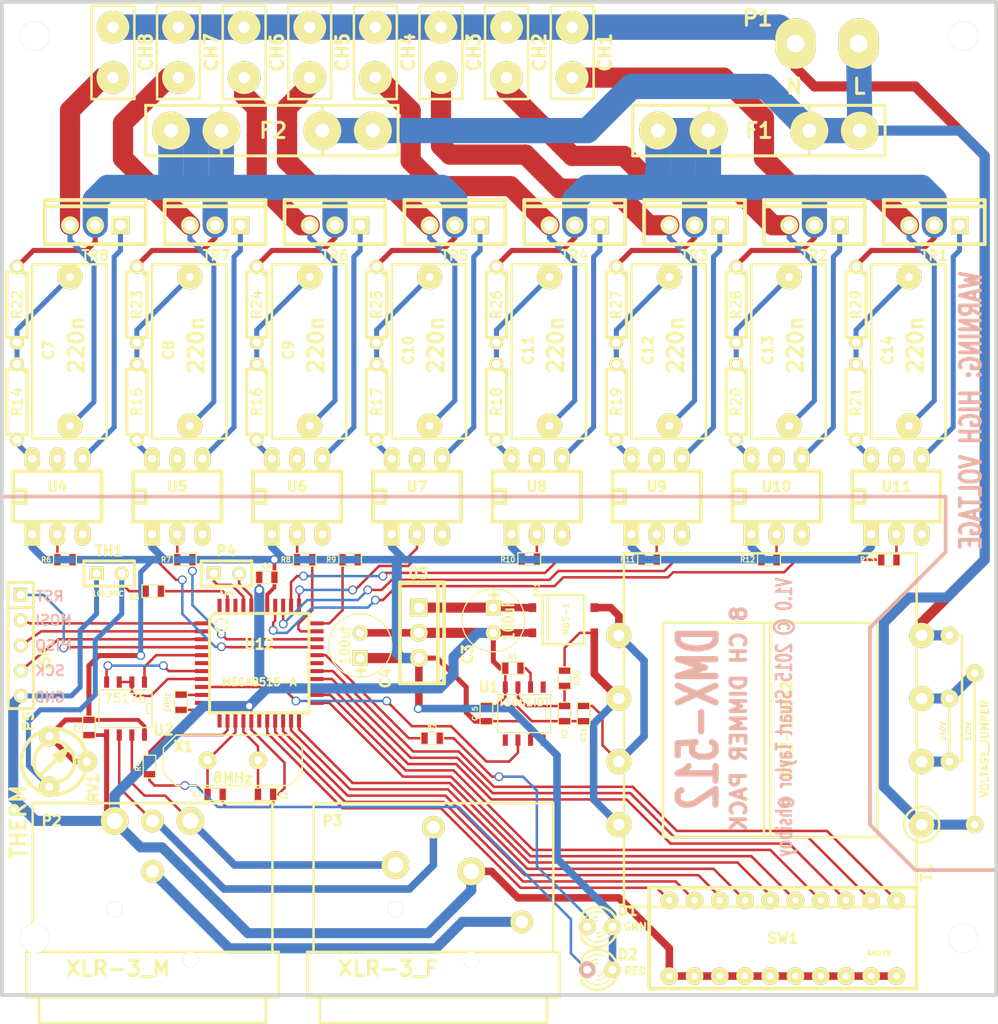
<source format=kicad_pcb>
(kicad_pcb (version 3) (host pcbnew "(2013-07-07 BZR 4022)-stable")
  (layers (15 Front signal) (0 Back signal) (18 B.Paste user) (19 F.Paste user) (20 B.SilkS user) (21 F.SilkS user) (22 B.Mask user) (23 F.Mask user) (28 Edge.Cuts user))
  (net 0 "")
  (net 1 +5V)
  (net 2 GND)
  (net 3 L)
  (net 4 N)
  (net 5 N-000001)
  (net 6 N-000002)
  (net 7 N-000003)
  (net 8 N-000006)
  (net 9 N-000007)
  (net 10 N-000011)
  (net 11 N-000012)
  (net 12 N-000014)
  (net 13 N-000017)
  (net 14 N-000018)
  (net 15 N-000019)
  (net 16 N-000022)
  (net 17 N-000023)
  (net 18 N-000024)
  (net 19 N-000025)
  (net 20 N-000027)
  (net 21 N-000028)
  (net 22 N-000030)
  (net 23 N-000034)
  (net 24 N-000035)
  (net 25 N-000036)
  (net 26 N-000037)
  (net 27 N-000038)
  (net 28 N-000040)
  (net 29 N-000041)
  (net 30 N-000042)
  (net 31 N-000043)
  (net 32 N-000044)
  (net 33 N-000045)
  (net 34 N-000046)
  (net 35 N-000047)
  (net 36 N-000048)
  (net 37 N-000049)
  (net 38 N-000050)
  (net 39 N-000051)
  (net 40 N-000052)
  (net 41 N-000053)
  (net 42 N-000054)
  (net 43 N-000055)
  (net 44 N-000056)
  (net 45 N-000057)
  (net 46 N-000058)
  (net 47 N-000059)
  (net 48 N-000060)
  (net 49 N-000062)
  (net 50 N-000064)
  (net 51 N-000065)
  (net 52 N-000066)
  (net 53 N-000068)
  (net 54 N-000070)
  (net 55 N-000071)
  (net 56 N-000074)
  (net 57 N-000075)
  (net 58 N-000076)
  (net 59 N-000077)
  (net 60 N-000078)
  (net 61 N-000079)
  (net 62 N-000080)
  (net 63 N-000082)
  (net 64 N-000084)
  (net 65 N-000085)
  (net 66 N-000087)
  (net 67 N-000089)
  (net 68 N-000091)
  (net 69 N-000092)
  (net 70 N-000093)
  (net 71 N-000094)
  (net 72 N-000096)
  (net 73 N-000097)
  (net 74 N-000099)
  (net 75 N-000100)
  (net 76 N-000101)
  (net 77 N-000102)
  (net 78 N-000103)
  (net 79 N-000104)
  (net 80 N-000105)
  (net 81 N-000106)
  (net 82 N-000107)
  (net 83 N-000108)
  (net 84 N-000109)
  (net 85 N-000110)
  (net 86 N-000111)
  (net 87 N-000112)
  (net 88 N-000113)
  (net 89 N-000114)
  (net 90 N-000115)
  (net 91 N-000116)
  (net 92 N-000117)
  (net 93 N-000118)
  (module LED-3MM (layer Front) (at 161.29 156.845 180)
    (fp_text reference D2 (at -2.794 1.524 180) (layer F.SilkS) (effects (font (size 1.016 1.016) (thickness 0.254))))
    (fp_text value RED (at -3.556 -0.127 180) (layer F.SilkS) (effects (font (size 0.762 0.762) (thickness 0.1905))))
    (pad 1 thru_hole circle (at -1.27 0 180) (size 1.6764 1.6764) (drill 0.8128) (layers *.Cu *.Paste *.Mask F.SilkS) (net 1 +5V))
    (pad 2 thru_hole circle (at 1.27 0 180) (size 1.6764 1.6764) (drill 0.8128) (layers *.Cu *.SilkS *.Mask F.Paste) (net 44 N-000056))
  )
  (module LED-3MM (layer Front) (at 161.29 152.527 180)
    (fp_text reference D1 (at -2.794 1.651 180) (layer F.SilkS) (effects (font (size 1.016 1.016) (thickness 0.254))))
    (fp_text value GRN (at -3.556 0 180) (layer F.SilkS) (effects (font (size 0.762 0.762) (thickness 0.1905))))
    (pad 1 thru_hole circle (at -1.27 0 180) (size 1.6764 1.6764) (drill 0.8128) (layers *.Cu *.Paste *.Mask F.SilkS) (net 1 +5V))
    (pad 2 thru_hole circle (at 1.27 0 180) (size 1.6764 1.6764) (drill 0.8128) (layers *.Cu *.Paste *.Mask F.SilkS) (net 43 N-000055))
  )
  (module Voltage_Select_Narrow (layer Front) (at 196.469 131.445 90)
    (fp_text reference J1 hide)
    (fp_text value VOLTAGE_JUMPER (at -3.175 3.556 90) (layer F.SilkS) (effects (font (size 0.762 0.762) (thickness 0.1905))))
    (fp_text user 120V (at -1.397 1.905 90) (layer F.SilkS) (effects (font (size 0.508 0.508) (thickness 0.127))))
    (fp_text user 240V (at -1.397 -0.635 90) (layer F.SilkS) (effects (font (size 0.508 0.508) (thickness 0.127))))
    (pad 1 thru_hole circle (at -10.795 2.54 90) (size 1.778 1.778) (drill 0.762) (layers *.Mask Back F.SilkS) (net 3 L))
    (pad 4 thru_hole circle (at 4.445 2.54 90) (size 1.778 1.778) (drill 0.762) (layers *.Mask Back F.SilkS) (net 25 N-000036))
    (pad 2 thru_hole circle (at 8.255 0 90) (size 1.778 1.778) (drill 0.762) (layers *.Mask Back F.SilkS) (net 4 N))
    (pad 4 thru_hole circle (at 1.905 0 90) (size 1.778 1.778) (drill 0.762) (layers *.Mask Back F.SilkS) (net 25 N-000036))
    (pad 3 thru_hole circle (at -4.445 0 90) (size 1.778 1.778) (drill 0.762) (layers *.Mask Back F.SilkS) (net 91 N-000116))
  )
  (module wire_pair_18AWG_200 (layer Front) (at 151.892 64.516 90)
    (fp_text reference CH2 (at 0 3.302 90) (layer F.SilkS) (effects (font (size 1.27 1.27) (thickness 0.3048))))
    (fp_text value CONN_2 hide)
    (pad 2 thru_hole circle (at 2.54 0 90) (size 3.302 3.302) (drill 1.143) (layers *.Cu *.Mask F.SilkS) (net 4 N))
    (pad 1 thru_hole circle (at -2.54 0 90) (size 3.302 3.302) (drill 1.143) (layers *.Cu *.Mask F.SilkS) (net 17 N-000023))
  )
  (module wire_pair_18AWG_200 (layer Front) (at 158.496 64.516 90)
    (fp_text reference CH1 (at 0 3.302 90) (layer F.SilkS) (effects (font (size 1.27 1.27) (thickness 0.3048))))
    (fp_text value CONN_2 hide)
    (pad 2 thru_hole circle (at 2.54 0 90) (size 3.302 3.302) (drill 1.143) (layers *.Cu *.Mask F.SilkS) (net 4 N))
    (pad 1 thru_hole circle (at -2.54 0 90) (size 3.302 3.302) (drill 1.143) (layers *.Cu *.Mask F.SilkS) (net 51 N-000065))
  )
  (module MATE-N-LOK_250-2 (layer Front) (at 184.15 63.627 180)
    (fp_text reference P1 (at 6.985 2.54 180) (layer F.SilkS) (effects (font (size 1.524 1.524) (thickness 0.3048))))
    (fp_text value MAINS hide)
    (pad 1 thru_hole oval (at -3.175 0 180) (size 4.064 5.08) (drill 1.778) (layers *.Cu *.Mask F.SilkS) (net 3 L))
    (pad 2 thru_hole oval (at 3.175 0 180) (size 4.064 5.08) (drill 1.778) (layers *.Cu *.Mask F.SilkS) (net 4 N))
  )
  (module wire_pair_18AWG_200 (layer Front) (at 112.268 64.516 90)
    (fp_text reference CH8 (at 0 3.302 90) (layer F.SilkS) (effects (font (size 1.27 1.27) (thickness 0.3048))))
    (fp_text value CONN_2 hide)
    (pad 2 thru_hole circle (at 2.54 0 90) (size 3.302 3.302) (drill 1.143) (layers *.Cu *.Mask F.SilkS) (net 4 N))
    (pad 1 thru_hole circle (at -2.54 0 90) (size 3.302 3.302) (drill 1.143) (layers *.Cu *.Mask F.SilkS) (net 78 N-000103))
  )
  (module SO8E (layer Front) (at 153.67 131.064 180)
    (fp_text reference U1 (at 3.556 2.667 180) (layer F.SilkS) (effects (font (size 1.016 1.016) (thickness 0.254))))
    (fp_text value TS861IDT (at 0 1.143 180) (layer F.SilkS) (effects (font (size 0.762 0.762) (thickness 0.1524))))
    (pad 8 smd rect (at -1.905 -2.667 180) (size 0.508 1.143) (layers Front F.Paste F.Mask))
    (pad 1 smd rect (at -1.905 2.667 180) (size 0.508 1.143) (layers Front F.Paste F.Mask))
    (pad 7 smd rect (at -0.635 -2.667 180) (size 0.508 1.143) (layers Front F.Paste F.Mask) (net 1 +5V))
    (pad 6 smd rect (at 0.635 -2.667 180) (size 0.508 1.143) (layers Front F.Paste F.Mask) (net 24 N-000035))
    (pad 5 smd rect (at 1.905 -2.667 180) (size 0.508 1.143) (layers Front F.Paste F.Mask))
    (pad 2 smd rect (at -0.635 2.667 180) (size 0.508 1.143) (layers Front F.Paste F.Mask) (net 23 N-000034))
    (pad 3 smd rect (at 0.635 2.667 180) (size 0.508 1.143) (layers Front F.Paste F.Mask) (net 28 N-000040))
    (pad 4 smd rect (at 1.905 2.667 180) (size 0.508 1.143) (layers Front F.Paste F.Mask) (net 2 GND))
  )
  (module XLR3_NC3MAH (layer Front) (at 116.2558 141.859 180)
    (fp_text reference P2 (at 10.16 0 180) (layer F.SilkS) (effects (font (size 1.016 1.016) (thickness 0.254))))
    (fp_text value XLR-3_M (at 3.4798 -14.859 180) (layer F.SilkS) (effects (font (size 1.524 1.524) (thickness 0.3048))))
    (pad "" thru_hole circle (at -3.81 -13.97 180) (size 1.5748 1.5748) (drill 1.5748) (layers *.Cu *.Mask F.SilkS))
    (pad 1 thru_hole circle (at 3.81 0 180) (size 2.794 2.794) (drill 1.6002) (layers *.Cu *.Mask F.SilkS) (net 2 GND))
    (pad 3 thru_hole circle (at 0 0 180) (size 2.286 2.286) (drill 1.27) (layers *.Cu *.Mask F.SilkS) (net 71 N-000094))
    (pad 2 thru_hole circle (at -3.81 0 180) (size 2.794 2.794) (drill 1.6002) (layers *.Cu *.Mask F.SilkS) (net 10 N-000011))
    (pad 4 thru_hole circle (at 0 -5.08 180) (size 2.286 2.286) (drill 1.27) (layers *.Cu *.Mask F.SilkS) (net 11 N-000012))
    (pad "" thru_hole circle (at 3.81 -8.89 180) (size 1.5748 1.5748) (drill 1.5748) (layers *.Cu *.Mask F.SilkS))
  )
  (module TQFP44 (layer Front) (at 127 125.984)
    (fp_text reference U12 (at 0 -1.905) (layer F.SilkS) (effects (font (size 1.016 1.016) (thickness 0.254))))
    (fp_text value MEGA8515-A (at 0 1.905) (layer F.SilkS) (effects (font (size 0.762 0.762) (thickness 0.1905))))
    (pad 39 smd rect (at 0 -5.715) (size 0.4064 1.524) (layers Front F.Paste F.Mask))
    (pad 40 smd rect (at -0.8001 -5.715) (size 0.4064 1.524) (layers Front F.Paste F.Mask) (net 30 N-000042))
    (pad 41 smd rect (at -1.6002 -5.715) (size 0.4064 1.524) (layers Front F.Paste F.Mask) (net 9 N-000007))
    (pad 42 smd rect (at -2.4003 -5.715) (size 0.4064 1.524) (layers Front F.Paste F.Mask))
    (pad 43 smd rect (at -3.2004 -5.715) (size 0.4064 1.524) (layers Front F.Paste F.Mask) (net 21 N-000028))
    (pad 44 smd rect (at -4.0005 -5.715) (size 0.4064 1.524) (layers Front F.Paste F.Mask))
    (pad 38 smd rect (at 0.8001 -5.715) (size 0.4064 1.524) (layers Front F.Paste F.Mask) (net 1 +5V))
    (pad 37 smd rect (at 1.6002 -5.715) (size 0.4064 1.524) (layers Front F.Paste F.Mask) (net 22 N-000030))
    (pad 36 smd rect (at 2.4003 -5.715) (size 0.4064 1.524) (layers Front F.Paste F.Mask) (net 18 N-000024))
    (pad 35 smd rect (at 3.2004 -5.715) (size 0.4064 1.524) (layers Front F.Paste F.Mask) (net 20 N-000027))
    (pad 34 smd rect (at 4.0005 -5.715) (size 0.4064 1.524) (layers Front F.Paste F.Mask) (net 81 N-000106))
    (pad 17 smd rect (at 0 5.715) (size 0.4064 1.524) (layers Front F.Paste F.Mask))
    (pad 16 smd rect (at -0.8001 5.715) (size 0.4064 1.524) (layers Front F.Paste F.Mask) (net 2 GND))
    (pad 15 smd rect (at -1.6002 5.715) (size 0.4064 1.524) (layers Front F.Paste F.Mask) (net 46 N-000058))
    (pad 14 smd rect (at -2.4003 5.715) (size 0.4064 1.524) (layers Front F.Paste F.Mask) (net 42 N-000054))
    (pad 13 smd rect (at -3.2004 5.715) (size 0.4064 1.524) (layers Front F.Paste F.Mask) (net 45 N-000057))
    (pad 12 smd rect (at -4.0005 5.715) (size 0.4064 1.524) (layers Front F.Paste F.Mask))
    (pad 18 smd rect (at 0.8001 5.715) (size 0.4064 1.524) (layers Front F.Paste F.Mask) (net 31 N-000043))
    (pad 19 smd rect (at 1.6002 5.715) (size 0.4064 1.524) (layers Front F.Paste F.Mask) (net 39 N-000051))
    (pad 20 smd rect (at 2.4003 5.715) (size 0.4064 1.524) (layers Front F.Paste F.Mask) (net 38 N-000050))
    (pad 21 smd rect (at 3.2004 5.715) (size 0.4064 1.524) (layers Front F.Paste F.Mask) (net 37 N-000049))
    (pad 22 smd rect (at 4.0005 5.715) (size 0.4064 1.524) (layers Front F.Paste F.Mask) (net 36 N-000048))
    (pad 6 smd rect (at -5.715 0) (size 1.524 0.4064) (layers Front F.Paste F.Mask))
    (pad 28 smd rect (at 5.715 0) (size 1.524 0.4064) (layers Front F.Paste F.Mask))
    (pad 7 smd rect (at -5.715 0.8001) (size 1.524 0.4064) (layers Front F.Paste F.Mask) (net 70 N-000093))
    (pad 27 smd rect (at 5.715 0.8001) (size 1.524 0.4064) (layers Front F.Paste F.Mask) (net 32 N-000044))
    (pad 26 smd rect (at 5.715 1.6002) (size 1.524 0.4064) (layers Front F.Paste F.Mask) (net 93 N-000118))
    (pad 8 smd rect (at -5.715 1.6002) (size 1.524 0.4064) (layers Front F.Paste F.Mask) (net 69 N-000092))
    (pad 9 smd rect (at -5.715 2.4003) (size 1.524 0.4064) (layers Front F.Paste F.Mask) (net 24 N-000035))
    (pad 25 smd rect (at 5.715 2.4003) (size 1.524 0.4064) (layers Front F.Paste F.Mask) (net 33 N-000045))
    (pad 24 smd rect (at 5.715 3.2004) (size 1.524 0.4064) (layers Front F.Paste F.Mask) (net 34 N-000046))
    (pad 10 smd rect (at -5.715 3.2004) (size 1.524 0.4064) (layers Front F.Paste F.Mask) (net 26 N-000037))
    (pad 11 smd rect (at -5.715 4.0005) (size 1.524 0.4064) (layers Front F.Paste F.Mask))
    (pad 23 smd rect (at 5.715 4.0005) (size 1.524 0.4064) (layers Front F.Paste F.Mask) (net 35 N-000047))
    (pad 29 smd rect (at 5.715 -0.8001) (size 1.524 0.4064) (layers Front F.Paste F.Mask) (net 41 N-000053))
    (pad 5 smd rect (at -5.715 -0.8001) (size 1.524 0.4064) (layers Front F.Paste F.Mask) (net 7 N-000003))
    (pad 4 smd rect (at -5.715 -1.6002) (size 1.524 0.4064) (layers Front F.Paste F.Mask) (net 6 N-000002))
    (pad 30 smd rect (at 5.715 -1.6002) (size 1.524 0.4064) (layers Front F.Paste F.Mask) (net 83 N-000108))
    (pad 31 smd rect (at 5.715 -2.4003) (size 1.524 0.4064) (layers Front F.Paste F.Mask) (net 8 N-000006))
    (pad 3 smd rect (at -5.715 -2.4003) (size 1.524 0.4064) (layers Front F.Paste F.Mask) (net 88 N-000113))
    (pad 2 smd rect (at -5.715 -3.2004) (size 1.524 0.4064) (layers Front F.Paste F.Mask) (net 5 N-000001))
    (pad 32 smd rect (at 5.715 -3.2004) (size 1.524 0.4064) (layers Front F.Paste F.Mask) (net 82 N-000107))
    (pad 33 smd rect (at 5.715 -4.0005) (size 1.524 0.4064) (layers Front F.Paste F.Mask) (net 19 N-000025))
    (pad 1 smd rect (at -5.715 -4.0005) (size 1.524 0.4064) (layers Front F.Paste F.Mask) (net 27 N-000038))
  )
  (module TO220_VERT (layer Front) (at 194.945 81.915 90)
    (fp_text reference TR1 (at -3.048 0 180) (layer F.SilkS) (effects (font (size 1.016 1.016) (thickness 0.2032))))
    (fp_text value BTA08 hide)
    (pad 1 thru_hole circle (at 0 -2.54 90) (size 1.778 1.778) (drill 1.016) (layers *.Cu *.Mask F.SilkS) (net 51 N-000065))
    (pad 2 thru_hole circle (at 0 0 90) (size 1.778 1.778) (drill 1.016) (layers *.Cu *.Mask F.SilkS) (net 29 N-000041))
    (pad 3 thru_hole rect (at 0 2.54 90) (size 1.778 1.778) (drill 1.016) (layers *.Cu *.Mask F.SilkS) (net 53 N-000068))
  )
  (module TO220_VERT (layer Front) (at 182.88 81.915 90)
    (fp_text reference TR2 (at -3.048 0 180) (layer F.SilkS) (effects (font (size 1.016 1.016) (thickness 0.2032))))
    (fp_text value BTA08 hide)
    (pad 1 thru_hole circle (at 0 -2.54 90) (size 1.778 1.778) (drill 1.016) (layers *.Cu *.Mask F.SilkS) (net 17 N-000023))
    (pad 2 thru_hole circle (at 0 0 90) (size 1.778 1.778) (drill 1.016) (layers *.Cu *.Mask F.SilkS) (net 29 N-000041))
    (pad 3 thru_hole rect (at 0 2.54 90) (size 1.778 1.778) (drill 1.016) (layers *.Cu *.Mask F.SilkS) (net 58 N-000076))
  )
  (module TO220_VERT (layer Front) (at 110.49 81.915 90)
    (fp_text reference TR8 (at -3.048 0 180) (layer F.SilkS) (effects (font (size 1.016 1.016) (thickness 0.2032))))
    (fp_text value BTA08 hide)
    (pad 1 thru_hole circle (at 0 -2.54 90) (size 1.778 1.778) (drill 1.016) (layers *.Cu *.Mask F.SilkS) (net 78 N-000103))
    (pad 2 thru_hole circle (at 0 0 90) (size 1.778 1.778) (drill 1.016) (layers *.Cu *.Mask F.SilkS) (net 65 N-000085))
    (pad 3 thru_hole rect (at 0 2.54 90) (size 1.778 1.778) (drill 1.016) (layers *.Cu *.Mask F.SilkS) (net 49 N-000062))
  )
  (module TO220_VERT (layer Front) (at 122.555 81.915 90)
    (fp_text reference TR7 (at -3.048 0.127 180) (layer F.SilkS) (effects (font (size 1.016 1.016) (thickness 0.2032))))
    (fp_text value BTA08 hide)
    (pad 1 thru_hole circle (at 0 -2.54 90) (size 1.778 1.778) (drill 1.016) (layers *.Cu *.Mask F.SilkS) (net 75 N-000100))
    (pad 2 thru_hole circle (at 0 0 90) (size 1.778 1.778) (drill 1.016) (layers *.Cu *.Mask F.SilkS) (net 65 N-000085))
    (pad 3 thru_hole rect (at 0 2.54 90) (size 1.778 1.778) (drill 1.016) (layers *.Cu *.Mask F.SilkS) (net 76 N-000101))
  )
  (module TO220_VERT (layer Front) (at 134.62 81.915 90)
    (fp_text reference TR6 (at -3.048 0 180) (layer F.SilkS) (effects (font (size 1.016 1.016) (thickness 0.2032))))
    (fp_text value BTA08 hide)
    (pad 1 thru_hole circle (at 0 -2.54 90) (size 1.778 1.778) (drill 1.016) (layers *.Cu *.Mask F.SilkS) (net 79 N-000104))
    (pad 2 thru_hole circle (at 0 0 90) (size 1.778 1.778) (drill 1.016) (layers *.Cu *.Mask F.SilkS) (net 65 N-000085))
    (pad 3 thru_hole rect (at 0 2.54 90) (size 1.778 1.778) (drill 1.016) (layers *.Cu *.Mask F.SilkS) (net 67 N-000089))
  )
  (module TO220_VERT (layer Front) (at 146.685 81.915 90)
    (fp_text reference TR5 (at -3.048 0 180) (layer F.SilkS) (effects (font (size 1.016 1.016) (thickness 0.2032))))
    (fp_text value BTA08 hide)
    (pad 1 thru_hole circle (at 0 -2.54 90) (size 1.778 1.778) (drill 1.016) (layers *.Cu *.Mask F.SilkS) (net 57 N-000075))
    (pad 2 thru_hole circle (at 0 0 90) (size 1.778 1.778) (drill 1.016) (layers *.Cu *.Mask F.SilkS) (net 65 N-000085))
    (pad 3 thru_hole rect (at 0 2.54 90) (size 1.778 1.778) (drill 1.016) (layers *.Cu *.Mask F.SilkS) (net 61 N-000079))
  )
  (module TO220_VERT (layer Front) (at 158.75 81.915 90)
    (fp_text reference TR4 (at -3.048 0 180) (layer F.SilkS) (effects (font (size 1.016 1.016) (thickness 0.2032))))
    (fp_text value BTA08 hide)
    (pad 1 thru_hole circle (at 0 -2.54 90) (size 1.778 1.778) (drill 1.016) (layers *.Cu *.Mask F.SilkS) (net 13 N-000017))
    (pad 2 thru_hole circle (at 0 0 90) (size 1.778 1.778) (drill 1.016) (layers *.Cu *.Mask F.SilkS) (net 29 N-000041))
    (pad 3 thru_hole rect (at 0 2.54 90) (size 1.778 1.778) (drill 1.016) (layers *.Cu *.Mask F.SilkS) (net 14 N-000018))
  )
  (module TO220_VERT (layer Front) (at 170.815 81.915 90)
    (fp_text reference TR3 (at -3.048 0 180) (layer F.SilkS) (effects (font (size 1.016 1.016) (thickness 0.2032))))
    (fp_text value BTA08 hide)
    (pad 1 thru_hole circle (at 0 -2.54 90) (size 1.778 1.778) (drill 1.016) (layers *.Cu *.Mask F.SilkS) (net 60 N-000078))
    (pad 2 thru_hole circle (at 0 0 90) (size 1.778 1.778) (drill 1.016) (layers *.Cu *.Mask F.SilkS) (net 29 N-000041))
    (pad 3 thru_hole rect (at 0 2.54 90) (size 1.778 1.778) (drill 1.016) (layers *.Cu *.Mask F.SilkS) (net 63 N-000082))
  )
  (module SO8E (layer Front) (at 113.538 130.556 180)
    (fp_text reference U2 (at -3.81 -2.159 180) (layer F.SilkS) (effects (font (size 1.016 1.016) (thickness 0.254))))
    (fp_text value 75176 (at 0 1.016 180) (layer F.SilkS) (effects (font (size 0.889 0.889) (thickness 0.1524))))
    (pad 8 smd rect (at -1.905 -2.667 180) (size 0.508 1.143) (layers Front F.Paste F.Mask) (net 1 +5V))
    (pad 1 smd rect (at -1.905 2.667 180) (size 0.508 1.143) (layers Front F.Paste F.Mask) (net 7 N-000003))
    (pad 7 smd rect (at -0.635 -2.667 180) (size 0.508 1.143) (layers Front F.Paste F.Mask) (net 10 N-000011))
    (pad 6 smd rect (at 0.635 -2.667 180) (size 0.508 1.143) (layers Front F.Paste F.Mask) (net 71 N-000094))
    (pad 5 smd rect (at 1.905 -2.667 180) (size 0.508 1.143) (layers Front F.Paste F.Mask) (net 2 GND))
    (pad 2 smd rect (at -0.635 2.667 180) (size 0.508 1.143) (layers Front F.Paste F.Mask) (net 69 N-000092))
    (pad 3 smd rect (at 0.635 2.667 180) (size 0.508 1.143) (layers Front F.Paste F.Mask) (net 69 N-000092))
    (pad 4 smd rect (at 1.905 2.667 180) (size 0.508 1.143) (layers Front F.Paste F.Mask) (net 70 N-000093))
  )
  (module SM0603 (layer Front) (at 166.243 115.5065 180)
    (fp_text reference R11 (at 2.159 -0.0635 180) (layer F.SilkS) (effects (font (size 0.508 0.508) (thickness 0.1143))))
    (fp_text value 180R hide)
    (pad 1 smd rect (at -0.762 0 180) (size 0.635 1.143) (layers Front F.Paste F.Mask) (net 62 N-000080))
    (pad 2 smd rect (at 0.762 0 180) (size 0.635 1.143) (layers Front F.Paste F.Mask) (net 20 N-000027))
  )
  (module SM0603 (layer Front) (at 152.527 126.492)
    (fp_text reference R1 (at 0 -1.143) (layer F.SilkS) (effects (font (size 0.508 0.508) (thickness 0.1143))))
    (fp_text value 4.7k hide)
    (pad 1 smd rect (at -0.762 0) (size 0.635 1.143) (layers Front F.Paste F.Mask) (net 2 GND))
    (pad 2 smd rect (at 0.762 0) (size 0.635 1.143) (layers Front F.Paste F.Mask) (net 23 N-000034))
  )
  (module SM0603 (layer Front) (at 154.178 115.5065 180)
    (fp_text reference R10 (at 2.159 -0.0635 180) (layer F.SilkS) (effects (font (size 0.508 0.508) (thickness 0.1143))))
    (fp_text value 180R hide)
    (pad 1 smd rect (at -0.762 0 180) (size 0.635 1.143) (layers Front F.Paste F.Mask) (net 47 N-000059))
    (pad 2 smd rect (at 0.762 0 180) (size 0.635 1.143) (layers Front F.Paste F.Mask) (net 81 N-000106))
  )
  (module SM0603 (layer Front) (at 119.126 129.921 270)
    (fp_text reference JP1 hide)
    (fp_text value 60Hz (at 0 1.397 270) (layer F.SilkS) (effects (font (size 0.7112 0.508) (thickness 0.1143))))
    (pad 1 smd rect (at -0.762 0 270) (size 0.635 1.143) (layers Front F.Paste F.Mask) (net 26 N-000037))
    (pad 2 smd rect (at 0.762 0 270) (size 0.635 1.143) (layers Front F.Paste F.Mask) (net 2 GND))
  )
  (module SM0603 (layer Front) (at 136.144 115.57 180)
    (fp_text reference R9 (at 1.905 0 180) (layer F.SilkS) (effects (font (size 0.508 0.508) (thickness 0.1143))))
    (fp_text value 180R hide)
    (pad 1 smd rect (at -0.762 0 180) (size 0.635 1.143) (layers Front F.Paste F.Mask) (net 55 N-000071))
    (pad 2 smd rect (at 0.762 0 180) (size 0.635 1.143) (layers Front F.Paste F.Mask) (net 19 N-000025))
  )
  (module SM0603 (layer Front) (at 131.572 115.57)
    (fp_text reference R8 (at -1.905 0) (layer F.SilkS) (effects (font (size 0.508 0.508) (thickness 0.1143))))
    (fp_text value 180R hide)
    (pad 1 smd rect (at -0.762 0) (size 0.635 1.143) (layers Front F.Paste F.Mask) (net 66 N-000087))
    (pad 2 smd rect (at 0.762 0) (size 0.635 1.143) (layers Front F.Paste F.Mask) (net 82 N-000107))
  )
  (module SM0603 (layer Front) (at 119.507 115.57)
    (fp_text reference R7 (at -1.905 0) (layer F.SilkS) (effects (font (size 0.508 0.508) (thickness 0.1143))))
    (fp_text value 180R hide)
    (pad 1 smd rect (at -0.762 0) (size 0.635 1.143) (layers Front F.Paste F.Mask) (net 73 N-000097))
    (pad 2 smd rect (at 0.762 0) (size 0.635 1.143) (layers Front F.Paste F.Mask) (net 8 N-000006))
  )
  (module SM0603 (layer Front) (at 107.442 115.57)
    (fp_text reference R6 (at -1.905 0) (layer F.SilkS) (effects (font (size 0.508 0.508) (thickness 0.1143))))
    (fp_text value 180R hide)
    (pad 1 smd rect (at -0.762 0) (size 0.635 1.143) (layers Front F.Paste F.Mask) (net 48 N-000060))
    (pad 2 smd rect (at 0.762 0) (size 0.635 1.143) (layers Front F.Paste F.Mask) (net 83 N-000108))
  )
  (module SM0603 (layer Front) (at 144.399 133.5405)
    (fp_text reference R5 (at 0 -1.2065) (layer F.SilkS) (effects (font (size 0.508 0.508) (thickness 0.1143))))
    (fp_text value 1k hide)
    (pad 1 smd rect (at -0.762 0) (size 0.635 1.143) (layers Front F.Paste F.Mask) (net 41 N-000053))
    (pad 2 smd rect (at 0.762 0) (size 0.635 1.143) (layers Front F.Paste F.Mask) (net 43 N-000055))
  )
  (module SM0603 (layer Front) (at 115.951 136.398 90)
    (fp_text reference R4 (at 0 -1.143 90) (layer F.SilkS) (effects (font (size 0.508 0.508) (thickness 0.1143))))
    (fp_text value 1k hide)
    (pad 1 smd rect (at -0.762 0 90) (size 0.635 1.143) (layers Front F.Paste F.Mask) (net 44 N-000056))
    (pad 2 smd rect (at 0.762 0 90) (size 0.635 1.143) (layers Front F.Paste F.Mask) (net 45 N-000057))
  )
  (module SM0603 (layer Front) (at 116.332 118.745)
    (fp_text reference R3 (at -1.905 0.635) (layer F.SilkS) (effects (font (size 0.508 0.508) (thickness 0.1143))))
    (fp_text value 390R hide)
    (pad 1 smd rect (at -0.762 0) (size 0.635 1.143) (layers Front F.Paste F.Mask) (net 89 N-000114))
    (pad 2 smd rect (at 0.762 0) (size 0.635 1.143) (layers Front F.Paste F.Mask) (net 21 N-000028))
  )
  (module SM0603 (layer Front) (at 157.734 131.064 90)
    (fp_text reference R2 (at -2.032 0 90) (layer F.SilkS) (effects (font (size 0.508 0.508) (thickness 0.1143))))
    (fp_text value 1k hide)
    (pad 1 smd rect (at -0.762 0 90) (size 0.635 1.143) (layers Front F.Paste F.Mask) (net 2 GND))
    (pad 2 smd rect (at 0.762 0 90) (size 0.635 1.143) (layers Front F.Paste F.Mask) (net 28 N-000040))
  )
  (module SM0603 (layer Front) (at 190.373 115.57 180)
    (fp_text reference R13 (at 2.159 0 180) (layer F.SilkS) (effects (font (size 0.508 0.508) (thickness 0.1143))))
    (fp_text value 180R hide)
    (pad 1 smd rect (at -0.762 0 180) (size 0.635 1.143) (layers Front F.Paste F.Mask) (net 52 N-000066))
    (pad 2 smd rect (at 0.762 0 180) (size 0.635 1.143) (layers Front F.Paste F.Mask) (net 22 N-000030))
  )
  (module SM0603 (layer Front) (at 122.555 139.192)
    (fp_text reference C1 (at -1.778 0) (layer F.SilkS) (effects (font (size 0.508 0.508) (thickness 0.1143))))
    (fp_text value 27pf hide)
    (pad 1 smd rect (at -0.762 0) (size 0.635 1.143) (layers Front F.Paste F.Mask) (net 42 N-000054))
    (pad 2 smd rect (at 0.762 0) (size 0.635 1.143) (layers Front F.Paste F.Mask) (net 2 GND))
  )
  (module SM0603 (layer Front) (at 178.308 115.57 180)
    (fp_text reference R12 (at 2.159 0 180) (layer F.SilkS) (effects (font (size 0.508 0.508) (thickness 0.1143))))
    (fp_text value 180R hide)
    (pad 1 smd rect (at -0.762 0 180) (size 0.635 1.143) (layers Front F.Paste F.Mask) (net 40 N-000052))
    (pad 2 smd rect (at 0.762 0 180) (size 0.635 1.143) (layers Front F.Paste F.Mask) (net 18 N-000024))
  )
  (module SM0603 (layer Front) (at 127.762 117.348 180)
    (fp_text reference C6 (at 0 1.143 180) (layer F.SilkS) (effects (font (size 0.508 0.508) (thickness 0.1143))))
    (fp_text value 1uF hide)
    (pad 1 smd rect (at -0.762 0 180) (size 0.635 1.143) (layers Front F.Paste F.Mask) (net 1 +5V))
    (pad 2 smd rect (at 0.762 0 180) (size 0.635 1.143) (layers Front F.Paste F.Mask) (net 2 GND))
  )
  (module SM0603 (layer Front) (at 109.855 132.461 270)
    (fp_text reference C5 (at 0 1.143 270) (layer F.SilkS) (effects (font (size 0.508 0.508) (thickness 0.1143))))
    (fp_text value 1uF hide)
    (pad 1 smd rect (at -0.762 0 270) (size 0.635 1.143) (layers Front F.Paste F.Mask) (net 1 +5V))
    (pad 2 smd rect (at 0.762 0 270) (size 0.635 1.143) (layers Front F.Paste F.Mask) (net 2 GND))
  )
  (module SM0603 (layer Front) (at 127.635 139.192)
    (fp_text reference C2 (at 1.778 0.127) (layer F.SilkS) (effects (font (size 0.508 0.508) (thickness 0.1143))))
    (fp_text value 27pf hide)
    (pad 1 smd rect (at -0.762 0) (size 0.635 1.143) (layers Front F.Paste F.Mask) (net 46 N-000058))
    (pad 2 smd rect (at 0.762 0) (size 0.635 1.143) (layers Front F.Paste F.Mask) (net 2 GND))
  )
  (module SIL-5 (layer Front) (at 102.997 125.476 270)
    (fp_text reference P5 (at 6.35 -0.762 270) (layer F.SilkS) (effects (font (size 1.016 1.016) (thickness 0.254))))
    (fp_text value ISP (at 0 -2.413 270) (layer F.SilkS) (effects (font (size 1.016 1.016) (thickness 0.254))))
    (pad 1 thru_hole rect (at -6.35 0 270) (size 1.397 1.397) (drill 0.8128) (layers *.Cu *.Mask F.SilkS) (net 6 N-000002))
    (pad 2 thru_hole circle (at -3.81 0 270) (size 1.397 1.397) (drill 0.8128) (layers *.Cu *.Mask F.SilkS) (net 27 N-000038))
    (pad 3 thru_hole circle (at -1.27 0 270) (size 1.397 1.397) (drill 0.8128) (layers *.Cu *.Mask F.SilkS) (net 5 N-000001))
    (pad 4 thru_hole circle (at 1.27 0 270) (size 1.397 1.397) (drill 0.8128) (layers *.Cu *.Mask F.SilkS) (net 88 N-000113))
    (pad 5 thru_hole circle (at 3.81 0 270) (size 1.397 1.397) (drill 0.8128) (layers *.Cu *.Mask F.SilkS) (net 2 GND))
  )
  (module SIL-2 (layer Front) (at 123.698 116.967)
    (fp_text reference P4 (at 0 -2.286) (layer F.SilkS) (effects (font (size 1.016 1.016) (thickness 0.254))))
    (fp_text value Fan (at 0 1.905) (layer F.SilkS) (effects (font (size 0.508 0.508) (thickness 0.127))))
    (pad 1 thru_hole rect (at -1.27 0) (size 1.397 1.397) (drill 0.8128) (layers *.Cu *.Mask F.SilkS) (net 9 N-000007))
    (pad 2 thru_hole circle (at 1.27 0) (size 1.397 1.397) (drill 0.8128) (layers *.Cu *.Mask F.SilkS) (net 30 N-000042))
  )
  (module DIP-6__300_ELL (layer Front) (at 191.135 109.22)
    (fp_text reference U11 (at 0 -1.016) (layer F.SilkS) (effects (font (size 1.016 1.016) (thickness 0.254))))
    (fp_text value MOC3021 hide)
    (pad 1 thru_hole rect (at -2.54 3.81) (size 1.5748 2.286) (drill 0.8128) (layers *.Cu *.Mask F.SilkS) (net 1 +5V))
    (pad 2 thru_hole oval (at 0 3.81) (size 1.5748 2.286) (drill 0.8128) (layers *.Cu *.Mask F.SilkS) (net 52 N-000066))
    (pad 3 thru_hole oval (at 2.54 3.81) (size 1.5748 2.286) (drill 0.8128) (layers *.Cu *.Mask F.SilkS))
    (pad 4 thru_hole oval (at 2.54 -3.81) (size 1.5748 2.286) (drill 0.8128) (layers *.Cu *.Mask F.SilkS) (net 53 N-000068))
    (pad 5 thru_hole oval (at 0 -3.81) (size 1.5748 2.286) (drill 0.8128) (layers *.Cu *.Mask F.SilkS))
    (pad 6 thru_hole oval (at -2.54 -3.81) (size 1.5748 2.286) (drill 0.8128) (layers *.Cu *.Mask F.SilkS) (net 54 N-000070))
  )
  (module DIP-6__300_ELL (layer Front) (at 179.07 109.22)
    (fp_text reference U10 (at 0 -1.016) (layer F.SilkS) (effects (font (size 1.016 1.016) (thickness 0.254))))
    (fp_text value MOC3021 hide)
    (pad 1 thru_hole rect (at -2.54 3.81) (size 1.5748 2.286) (drill 0.8128) (layers *.Cu *.Mask F.SilkS) (net 1 +5V))
    (pad 2 thru_hole oval (at 0 3.81) (size 1.5748 2.286) (drill 0.8128) (layers *.Cu *.Mask F.SilkS) (net 40 N-000052))
    (pad 3 thru_hole oval (at 2.54 3.81) (size 1.5748 2.286) (drill 0.8128) (layers *.Cu *.Mask F.SilkS))
    (pad 4 thru_hole oval (at 2.54 -3.81) (size 1.5748 2.286) (drill 0.8128) (layers *.Cu *.Mask F.SilkS) (net 58 N-000076))
    (pad 5 thru_hole oval (at 0 -3.81) (size 1.5748 2.286) (drill 0.8128) (layers *.Cu *.Mask F.SilkS))
    (pad 6 thru_hole oval (at -2.54 -3.81) (size 1.5748 2.286) (drill 0.8128) (layers *.Cu *.Mask F.SilkS) (net 16 N-000022))
  )
  (module DIP-6__300_ELL (layer Front) (at 167.005 109.22)
    (fp_text reference U9 (at 0 -1.016) (layer F.SilkS) (effects (font (size 1.016 1.016) (thickness 0.254))))
    (fp_text value MOC3021 hide)
    (pad 1 thru_hole rect (at -2.54 3.81) (size 1.5748 2.286) (drill 0.8128) (layers *.Cu *.Mask F.SilkS) (net 1 +5V))
    (pad 2 thru_hole oval (at 0 3.81) (size 1.5748 2.286) (drill 0.8128) (layers *.Cu *.Mask F.SilkS) (net 62 N-000080))
    (pad 3 thru_hole oval (at 2.54 3.81) (size 1.5748 2.286) (drill 0.8128) (layers *.Cu *.Mask F.SilkS))
    (pad 4 thru_hole oval (at 2.54 -3.81) (size 1.5748 2.286) (drill 0.8128) (layers *.Cu *.Mask F.SilkS) (net 63 N-000082))
    (pad 5 thru_hole oval (at 0 -3.81) (size 1.5748 2.286) (drill 0.8128) (layers *.Cu *.Mask F.SilkS))
    (pad 6 thru_hole oval (at -2.54 -3.81) (size 1.5748 2.286) (drill 0.8128) (layers *.Cu *.Mask F.SilkS) (net 64 N-000084))
  )
  (module DIP-6__300_ELL (layer Front) (at 154.94 109.22)
    (fp_text reference U8 (at 0 -1.016) (layer F.SilkS) (effects (font (size 1.016 1.016) (thickness 0.254))))
    (fp_text value MOC3021 hide)
    (pad 1 thru_hole rect (at -2.54 3.81) (size 1.5748 2.286) (drill 0.8128) (layers *.Cu *.Mask F.SilkS) (net 1 +5V))
    (pad 2 thru_hole oval (at 0 3.81) (size 1.5748 2.286) (drill 0.8128) (layers *.Cu *.Mask F.SilkS) (net 47 N-000059))
    (pad 3 thru_hole oval (at 2.54 3.81) (size 1.5748 2.286) (drill 0.8128) (layers *.Cu *.Mask F.SilkS))
    (pad 4 thru_hole oval (at 2.54 -3.81) (size 1.5748 2.286) (drill 0.8128) (layers *.Cu *.Mask F.SilkS) (net 14 N-000018))
    (pad 5 thru_hole oval (at 0 -3.81) (size 1.5748 2.286) (drill 0.8128) (layers *.Cu *.Mask F.SilkS))
    (pad 6 thru_hole oval (at -2.54 -3.81) (size 1.5748 2.286) (drill 0.8128) (layers *.Cu *.Mask F.SilkS) (net 15 N-000019))
  )
  (module DIP-6__300_ELL (layer Front) (at 142.875 109.22)
    (fp_text reference U7 (at 0 -1.016) (layer F.SilkS) (effects (font (size 1.016 1.016) (thickness 0.254))))
    (fp_text value MOC3021 hide)
    (pad 1 thru_hole rect (at -2.54 3.81) (size 1.5748 2.286) (drill 0.8128) (layers *.Cu *.Mask F.SilkS) (net 1 +5V))
    (pad 2 thru_hole oval (at 0 3.81) (size 1.5748 2.286) (drill 0.8128) (layers *.Cu *.Mask F.SilkS) (net 55 N-000071))
    (pad 3 thru_hole oval (at 2.54 3.81) (size 1.5748 2.286) (drill 0.8128) (layers *.Cu *.Mask F.SilkS))
    (pad 4 thru_hole oval (at 2.54 -3.81) (size 1.5748 2.286) (drill 0.8128) (layers *.Cu *.Mask F.SilkS) (net 61 N-000079))
    (pad 5 thru_hole oval (at 0 -3.81) (size 1.5748 2.286) (drill 0.8128) (layers *.Cu *.Mask F.SilkS))
    (pad 6 thru_hole oval (at -2.54 -3.81) (size 1.5748 2.286) (drill 0.8128) (layers *.Cu *.Mask F.SilkS) (net 56 N-000074))
  )
  (module DIP-6__300_ELL (layer Front) (at 130.81 109.22)
    (fp_text reference U6 (at 0 -1.016) (layer F.SilkS) (effects (font (size 1.016 1.016) (thickness 0.254))))
    (fp_text value MOC3021 hide)
    (pad 1 thru_hole rect (at -2.54 3.81) (size 1.5748 2.286) (drill 0.8128) (layers *.Cu *.Mask F.SilkS) (net 1 +5V))
    (pad 2 thru_hole oval (at 0 3.81) (size 1.5748 2.286) (drill 0.8128) (layers *.Cu *.Mask F.SilkS) (net 66 N-000087))
    (pad 3 thru_hole oval (at 2.54 3.81) (size 1.5748 2.286) (drill 0.8128) (layers *.Cu *.Mask F.SilkS))
    (pad 4 thru_hole oval (at 2.54 -3.81) (size 1.5748 2.286) (drill 0.8128) (layers *.Cu *.Mask F.SilkS) (net 67 N-000089))
    (pad 5 thru_hole oval (at 0 -3.81) (size 1.5748 2.286) (drill 0.8128) (layers *.Cu *.Mask F.SilkS))
    (pad 6 thru_hole oval (at -2.54 -3.81) (size 1.5748 2.286) (drill 0.8128) (layers *.Cu *.Mask F.SilkS) (net 68 N-000091))
  )
  (module DIP-6__300_ELL (layer Front) (at 118.745 109.22)
    (fp_text reference U5 (at 0 -1.016) (layer F.SilkS) (effects (font (size 1.016 1.016) (thickness 0.254))))
    (fp_text value MOC3021 hide)
    (pad 1 thru_hole rect (at -2.54 3.81) (size 1.5748 2.286) (drill 0.8128) (layers *.Cu *.Mask F.SilkS) (net 1 +5V))
    (pad 2 thru_hole oval (at 0 3.81) (size 1.5748 2.286) (drill 0.8128) (layers *.Cu *.Mask F.SilkS) (net 73 N-000097))
    (pad 3 thru_hole oval (at 2.54 3.81) (size 1.5748 2.286) (drill 0.8128) (layers *.Cu *.Mask F.SilkS))
    (pad 4 thru_hole oval (at 2.54 -3.81) (size 1.5748 2.286) (drill 0.8128) (layers *.Cu *.Mask F.SilkS) (net 76 N-000101))
    (pad 5 thru_hole oval (at 0 -3.81) (size 1.5748 2.286) (drill 0.8128) (layers *.Cu *.Mask F.SilkS))
    (pad 6 thru_hole oval (at -2.54 -3.81) (size 1.5748 2.286) (drill 0.8128) (layers *.Cu *.Mask F.SilkS) (net 74 N-000099))
  )
  (module DIP-6__300_ELL (layer Front) (at 106.68 109.22)
    (fp_text reference U4 (at 0 -1.016) (layer F.SilkS) (effects (font (size 1.016 1.016) (thickness 0.254))))
    (fp_text value MOC3021 hide)
    (pad 1 thru_hole rect (at -2.54 3.81) (size 1.5748 2.286) (drill 0.8128) (layers *.Cu *.Mask F.SilkS) (net 1 +5V))
    (pad 2 thru_hole oval (at 0 3.81) (size 1.5748 2.286) (drill 0.8128) (layers *.Cu *.Mask F.SilkS) (net 48 N-000060))
    (pad 3 thru_hole oval (at 2.54 3.81) (size 1.5748 2.286) (drill 0.8128) (layers *.Cu *.Mask F.SilkS))
    (pad 4 thru_hole oval (at 2.54 -3.81) (size 1.5748 2.286) (drill 0.8128) (layers *.Cu *.Mask F.SilkS) (net 49 N-000062))
    (pad 5 thru_hole oval (at 0 -3.81) (size 1.5748 2.286) (drill 0.8128) (layers *.Cu *.Mask F.SilkS))
    (pad 6 thru_hole oval (at -2.54 -3.81) (size 1.5748 2.286) (drill 0.8128) (layers *.Cu *.Mask F.SilkS) (net 50 N-000064))
  )
  (module C1V7 (layer Front) (at 150.5585 121.666 270)
    (fp_text reference C3 (at 3.429 2.6035 270) (layer F.SilkS) (effects (font (size 1.016 1.016) (thickness 0.254))))
    (fp_text value 100uF (at 0 -1.524 270) (layer F.SilkS) (effects (font (size 1.143 0.889) (thickness 0.2032))))
    (fp_text user + (at -2.54 0 270) (layer F.SilkS) (effects (font (size 1.143 1.143) (thickness 0.28702))))
    (pad 1 thru_hole rect (at -1.27 0 270) (size 1.524 1.524) (drill 0.8128) (layers *.Cu *.Mask F.SilkS) (net 92 N-000117))
    (pad 2 thru_hole circle (at 1.27 0 270) (size 1.524 1.524) (drill 0.8128) (layers *.Cu *.Mask F.SilkS) (net 2 GND))
  )
  (module C1V7 (layer Front) (at 137.16 124.206 90)
    (fp_text reference C4 (at -3.302 2.54 90) (layer F.SilkS) (effects (font (size 1.016 1.016) (thickness 0.254))))
    (fp_text value 100uf (at 0 -1.524 90) (layer F.SilkS) (effects (font (size 1.016 0.889) (thickness 0.2032))))
    (fp_text user + (at -2.54 0 90) (layer F.SilkS) (effects (font (size 1.143 1.143) (thickness 0.28702))))
    (pad 1 thru_hole rect (at -1.27 0 90) (size 1.524 1.524) (drill 0.8128) (layers *.Cu *.Mask F.SilkS) (net 1 +5V))
    (pad 2 thru_hole circle (at 1.27 0 90) (size 1.524 1.524) (drill 0.8128) (layers *.Cu *.Mask F.SilkS) (net 2 GND))
  )
  (module XLR3_NC3FAH (layer Front) (at 144.526 142.494 180)
    (fp_text reference P3 (at 10.16 0.635 180) (layer F.SilkS) (effects (font (size 1.016 1.016) (thickness 0.254))))
    (fp_text value XLR-3_F (at 4.572 -14.224 180) (layer F.SilkS) (effects (font (size 1.524 1.524) (thickness 0.3048))))
    (pad "" thru_hole circle (at -3.81 -13.335 180) (size 1.5748 1.5748) (drill 1.5748) (layers *.Cu *.Mask F.SilkS))
    (pad 2 thru_hole circle (at 3.81 -3.81 180) (size 2.794 2.794) (drill 1.6002) (layers *.Cu *.Mask F.SilkS) (net 10 N-000011))
    (pad 3 thru_hole circle (at 0 0 180) (size 2.286 2.286) (drill 1.27) (layers *.Cu *.Mask F.SilkS) (net 71 N-000094))
    (pad 1 thru_hole circle (at -3.81 -4.445 180) (size 2.794 2.794) (drill 1.6002) (layers *.Cu *.Mask F.SilkS) (net 2 GND))
    (pad 4 thru_hole circle (at -8.89 -9.525 180) (size 2.286 2.286) (drill 1.27) (layers *.Cu *.Mask F.SilkS) (net 11 N-000012))
    (pad "" thru_hole circle (at 3.81 -8.255 180) (size 1.5748 1.5748) (drill 1.5748) (layers *.Cu *.Mask F.SilkS))
  )
  (module DIPS-DS10 (layer Front) (at 179.705 153.67)
    (fp_text reference SW1 (at 0 0) (layer F.SilkS) (effects (font (size 1.016 1.016) (thickness 0.254))))
    (fp_text value DIPS_10 hide)
    (pad 1 thru_hole circle (at -11.43 3.81) (size 1.778 1.778) (drill 0.635) (layers *.Cu *.Mask F.SilkS) (net 2 GND))
    (pad 2 thru_hole circle (at -8.89 3.81) (size 1.778 1.778) (drill 0.635) (layers *.Cu *.Mask F.SilkS) (net 2 GND))
    (pad 3 thru_hole circle (at -6.35 3.81) (size 1.778 1.778) (drill 0.635) (layers *.Cu *.Mask F.SilkS) (net 2 GND))
    (pad 4 thru_hole circle (at -3.81 3.81) (size 1.778 1.778) (drill 0.635) (layers *.Cu *.Mask F.SilkS) (net 2 GND))
    (pad 5 thru_hole circle (at -1.27 3.81) (size 1.778 1.778) (drill 0.635) (layers *.Cu *.Mask F.SilkS) (net 2 GND))
    (pad 6 thru_hole circle (at 1.27 3.81) (size 1.778 1.778) (drill 0.635) (layers *.Cu *.Mask F.SilkS) (net 2 GND))
    (pad 7 thru_hole circle (at 3.81 3.81) (size 1.778 1.778) (drill 0.635) (layers *.Cu *.Mask F.SilkS) (net 2 GND))
    (pad 8 thru_hole circle (at 6.35 3.81) (size 1.778 1.778) (drill 0.635) (layers *.Cu *.Mask F.SilkS) (net 2 GND))
    (pad 9 thru_hole circle (at 8.89 3.81) (size 1.778 1.778) (drill 0.635) (layers *.Cu *.Mask F.SilkS) (net 2 GND))
    (pad 10 thru_hole circle (at 11.43 3.81) (size 1.778 1.778) (drill 0.635) (layers *.Cu *.Mask F.SilkS) (net 2 GND))
    (pad 11 thru_hole circle (at 11.43 -3.81) (size 1.778 1.778) (drill 0.635) (layers *.Cu *.Mask F.SilkS) (net 32 N-000044))
    (pad 12 thru_hole circle (at 8.89 -3.81) (size 1.778 1.778) (drill 0.635) (layers *.Cu *.Mask F.SilkS) (net 93 N-000118))
    (pad 13 thru_hole circle (at 6.35 -3.81) (size 1.778 1.778) (drill 0.635) (layers *.Cu *.Mask F.SilkS) (net 33 N-000045))
    (pad 14 thru_hole circle (at 3.81 -3.81) (size 1.778 1.778) (drill 0.635) (layers *.Cu *.Mask F.SilkS) (net 34 N-000046))
    (pad 15 thru_hole circle (at 1.27 -3.81) (size 1.778 1.778) (drill 0.635) (layers *.Cu *.Mask F.SilkS) (net 35 N-000047))
    (pad 16 thru_hole circle (at -1.27 -3.81) (size 1.778 1.778) (drill 0.635) (layers *.Cu *.Mask F.SilkS) (net 36 N-000048))
    (pad 17 thru_hole circle (at -3.81 -3.81) (size 1.778 1.778) (drill 0.635) (layers *.Cu *.Mask F.SilkS) (net 37 N-000049))
    (pad 18 thru_hole circle (at -6.35 -3.81) (size 1.778 1.778) (drill 0.635) (layers *.Cu *.Mask F.SilkS) (net 38 N-000050))
    (pad 19 thru_hole circle (at -8.89 -3.81) (size 1.778 1.778) (drill 0.635) (layers *.Cu *.Mask F.SilkS) (net 39 N-000051))
    (pad 20 thru_hole circle (at -11.43 -3.81) (size 1.778 1.778) (drill 0.635) (layers *.Cu *.Mask F.SilkS) (net 31 N-000043))
  )
  (module C_ECQ-UAAF224K (layer Front) (at 107.95 94.615 270)
    (fp_text reference C7 (at -0.127 2.159 270) (layer F.SilkS) (effects (font (size 1.016 1.016) (thickness 0.254))))
    (fp_text value 220n (at -0.635 -0.635 270) (layer F.SilkS) (effects (font (size 1.524 1.524) (thickness 0.3048))))
    (pad 1 thru_hole circle (at -7.493 0 270) (size 2.54 2.54) (drill 0.762) (layers *.Cu *.Mask F.SilkS) (net 84 N-000109))
    (pad 2 thru_hole circle (at 7.493 0 270) (size 2.54 2.54) (drill 0.762) (layers *.Cu *.Mask F.SilkS) (net 78 N-000103))
  )
  (module C_ECQ-UAAF224K (layer Front) (at 120.015 94.615 270)
    (fp_text reference C8 (at -0.127 2.159 270) (layer F.SilkS) (effects (font (size 1.016 1.016) (thickness 0.254))))
    (fp_text value 220n (at -0.635 -0.635 270) (layer F.SilkS) (effects (font (size 1.524 1.524) (thickness 0.3048))))
    (pad 1 thru_hole circle (at -7.493 0 270) (size 2.54 2.54) (drill 0.762) (layers *.Cu *.Mask F.SilkS) (net 77 N-000102))
    (pad 2 thru_hole circle (at 7.493 0 270) (size 2.54 2.54) (drill 0.762) (layers *.Cu *.Mask F.SilkS) (net 75 N-000100))
  )
  (module C_ECQ-UAAF224K (layer Front) (at 132.08 94.615 270)
    (fp_text reference C9 (at -0.127 2.159 270) (layer F.SilkS) (effects (font (size 1.016 1.016) (thickness 0.254))))
    (fp_text value 220n (at -0.635 -0.635 270) (layer F.SilkS) (effects (font (size 1.524 1.524) (thickness 0.3048))))
    (pad 1 thru_hole circle (at -7.493 0 270) (size 2.54 2.54) (drill 0.762) (layers *.Cu *.Mask F.SilkS) (net 85 N-000110))
    (pad 2 thru_hole circle (at 7.493 0 270) (size 2.54 2.54) (drill 0.762) (layers *.Cu *.Mask F.SilkS) (net 79 N-000104))
  )
  (module C_ECQ-UAAF224K (layer Front) (at 144.145 94.615 270)
    (fp_text reference C10 (at -0.127 2.159 270) (layer F.SilkS) (effects (font (size 1.016 1.016) (thickness 0.254))))
    (fp_text value 220n (at -0.635 -0.635 270) (layer F.SilkS) (effects (font (size 1.524 1.524) (thickness 0.3048))))
    (pad 1 thru_hole circle (at -7.493 0 270) (size 2.54 2.54) (drill 0.762) (layers *.Cu *.Mask F.SilkS) (net 72 N-000096))
    (pad 2 thru_hole circle (at 7.493 0 270) (size 2.54 2.54) (drill 0.762) (layers *.Cu *.Mask F.SilkS) (net 57 N-000075))
  )
  (module C_ECQ-UAAF224K (layer Front) (at 156.21 94.615 270)
    (fp_text reference C11 (at -0.127 2.159 270) (layer F.SilkS) (effects (font (size 1.016 1.016) (thickness 0.254))))
    (fp_text value 220n (at -0.635 -0.635 270) (layer F.SilkS) (effects (font (size 1.524 1.524) (thickness 0.3048))))
    (pad 1 thru_hole circle (at -7.493 0 270) (size 2.54 2.54) (drill 0.762) (layers *.Cu *.Mask F.SilkS) (net 12 N-000014))
    (pad 2 thru_hole circle (at 7.493 0 270) (size 2.54 2.54) (drill 0.762) (layers *.Cu *.Mask F.SilkS) (net 13 N-000017))
  )
  (module C_ECQ-UAAF224K (layer Front) (at 168.275 94.615 270)
    (fp_text reference C12 (at -0.127 2.159 270) (layer F.SilkS) (effects (font (size 1.016 1.016) (thickness 0.254))))
    (fp_text value 220n (at -0.635 -0.635 270) (layer F.SilkS) (effects (font (size 1.524 1.524) (thickness 0.3048))))
    (pad 1 thru_hole circle (at -7.493 0 270) (size 2.54 2.54) (drill 0.762) (layers *.Cu *.Mask F.SilkS) (net 80 N-000105))
    (pad 2 thru_hole circle (at 7.493 0 270) (size 2.54 2.54) (drill 0.762) (layers *.Cu *.Mask F.SilkS) (net 60 N-000078))
  )
  (module C_ECQ-UAAF224K (layer Front) (at 180.34 94.615 270)
    (fp_text reference C13 (at -0.127 2.159 270) (layer F.SilkS) (effects (font (size 1.016 1.016) (thickness 0.254))))
    (fp_text value 220n (at -0.635 -0.635 270) (layer F.SilkS) (effects (font (size 1.524 1.524) (thickness 0.3048))))
    (pad 1 thru_hole circle (at -7.493 0 270) (size 2.54 2.54) (drill 0.762) (layers *.Cu *.Mask F.SilkS) (net 59 N-000077))
    (pad 2 thru_hole circle (at 7.493 0 270) (size 2.54 2.54) (drill 0.762) (layers *.Cu *.Mask F.SilkS) (net 17 N-000023))
  )
  (module C_ECQ-UAAF224K (layer Front) (at 192.405 94.615 270)
    (fp_text reference C14 (at -0.127 2.159 270) (layer F.SilkS) (effects (font (size 1.016 1.016) (thickness 0.254))))
    (fp_text value 220n (at -0.635 -0.635 270) (layer F.SilkS) (effects (font (size 1.524 1.524) (thickness 0.3048))))
    (pad 1 thru_hole circle (at -7.493 0 270) (size 2.54 2.54) (drill 0.762) (layers *.Cu *.Mask F.SilkS) (net 86 N-000111))
    (pad 2 thru_hole circle (at 7.493 0 270) (size 2.54 2.54) (drill 0.762) (layers *.Cu *.Mask F.SilkS) (net 51 N-000065))
  )
  (module R3 (layer Front) (at 126.746 89.916 270)
    (fp_text reference R24 (at 0 0 270) (layer F.SilkS) (effects (font (size 1.016 1.016) (thickness 0.2032))))
    (fp_text value 1.2k hide)
    (pad 1 thru_hole circle (at -3.81 0 270) (size 1.397 1.397) (drill 0.8128) (layers *.Cu *.Mask F.SilkS) (net 65 N-000085))
    (pad 2 thru_hole circle (at 3.81 0 270) (size 1.397 1.397) (drill 0.8128) (layers *.Cu *.Mask F.SilkS) (net 85 N-000110))
  )
  (module R3 (layer Front) (at 126.746 99.695 270)
    (fp_text reference R16 (at 0 0 270) (layer F.SilkS) (effects (font (size 1.016 1.016) (thickness 0.2032))))
    (fp_text value 180R hide)
    (pad 1 thru_hole circle (at -3.81 0 270) (size 1.397 1.397) (drill 0.8128) (layers *.Cu *.Mask F.SilkS) (net 85 N-000110))
    (pad 2 thru_hole circle (at 3.81 0 270) (size 1.397 1.397) (drill 0.8128) (layers *.Cu *.Mask F.SilkS) (net 68 N-000091))
  )
  (module R3 (layer Front) (at 114.681 99.695 270)
    (fp_text reference R15 (at 0 0 270) (layer F.SilkS) (effects (font (size 1.016 1.016) (thickness 0.2032))))
    (fp_text value 180R hide)
    (pad 1 thru_hole circle (at -3.81 0 270) (size 1.397 1.397) (drill 0.8128) (layers *.Cu *.Mask F.SilkS) (net 77 N-000102))
    (pad 2 thru_hole circle (at 3.81 0 270) (size 1.397 1.397) (drill 0.8128) (layers *.Cu *.Mask F.SilkS) (net 74 N-000099))
  )
  (module R3 (layer Front) (at 102.616 99.695 270)
    (fp_text reference R14 (at 0 0 270) (layer F.SilkS) (effects (font (size 1.016 1.016) (thickness 0.2032))))
    (fp_text value 180R hide)
    (pad 1 thru_hole circle (at -3.81 0 270) (size 1.397 1.397) (drill 0.8128) (layers *.Cu *.Mask F.SilkS) (net 84 N-000109))
    (pad 2 thru_hole circle (at 3.81 0 270) (size 1.397 1.397) (drill 0.8128) (layers *.Cu *.Mask F.SilkS) (net 50 N-000064))
  )
  (module R3 (layer Front) (at 138.811 99.695 270)
    (fp_text reference R17 (at 0 0 270) (layer F.SilkS) (effects (font (size 1.016 1.016) (thickness 0.2032))))
    (fp_text value 180R hide)
    (pad 1 thru_hole circle (at -3.81 0 270) (size 1.397 1.397) (drill 0.8128) (layers *.Cu *.Mask F.SilkS) (net 72 N-000096))
    (pad 2 thru_hole circle (at 3.81 0 270) (size 1.397 1.397) (drill 0.8128) (layers *.Cu *.Mask F.SilkS) (net 56 N-000074))
  )
  (module R3 (layer Front) (at 150.876 99.695 270)
    (fp_text reference R18 (at 0 0 270) (layer F.SilkS) (effects (font (size 1.016 1.016) (thickness 0.2032))))
    (fp_text value 180R hide)
    (pad 1 thru_hole circle (at -3.81 0 270) (size 1.397 1.397) (drill 0.8128) (layers *.Cu *.Mask F.SilkS) (net 12 N-000014))
    (pad 2 thru_hole circle (at 3.81 0 270) (size 1.397 1.397) (drill 0.8128) (layers *.Cu *.Mask F.SilkS) (net 15 N-000019))
  )
  (module R3 (layer Front) (at 162.941 99.695 270)
    (fp_text reference R19 (at 0 0 270) (layer F.SilkS) (effects (font (size 1.016 1.016) (thickness 0.2032))))
    (fp_text value 180R hide)
    (pad 1 thru_hole circle (at -3.81 0 270) (size 1.397 1.397) (drill 0.8128) (layers *.Cu *.Mask F.SilkS) (net 80 N-000105))
    (pad 2 thru_hole circle (at 3.81 0 270) (size 1.397 1.397) (drill 0.8128) (layers *.Cu *.Mask F.SilkS) (net 64 N-000084))
  )
  (module R3 (layer Front) (at 175.006 99.695 270)
    (fp_text reference R20 (at 0 0 270) (layer F.SilkS) (effects (font (size 1.016 1.016) (thickness 0.2032))))
    (fp_text value 180R hide)
    (pad 1 thru_hole circle (at -3.81 0 270) (size 1.397 1.397) (drill 0.8128) (layers *.Cu *.Mask F.SilkS) (net 59 N-000077))
    (pad 2 thru_hole circle (at 3.81 0 270) (size 1.397 1.397) (drill 0.8128) (layers *.Cu *.Mask F.SilkS) (net 16 N-000022))
  )
  (module R3 (layer Front) (at 187.071 99.695 270)
    (fp_text reference R21 (at 0 0 270) (layer F.SilkS) (effects (font (size 1.016 1.016) (thickness 0.2032))))
    (fp_text value 180R hide)
    (pad 1 thru_hole circle (at -3.81 0 270) (size 1.397 1.397) (drill 0.8128) (layers *.Cu *.Mask F.SilkS) (net 86 N-000111))
    (pad 2 thru_hole circle (at 3.81 0 270) (size 1.397 1.397) (drill 0.8128) (layers *.Cu *.Mask F.SilkS) (net 54 N-000070))
  )
  (module R3 (layer Front) (at 102.616 89.916 270)
    (fp_text reference R22 (at 0 0 270) (layer F.SilkS) (effects (font (size 1.016 1.016) (thickness 0.2032))))
    (fp_text value 1.2k hide)
    (pad 1 thru_hole circle (at -3.81 0 270) (size 1.397 1.397) (drill 0.8128) (layers *.Cu *.Mask F.SilkS) (net 65 N-000085))
    (pad 2 thru_hole circle (at 3.81 0 270) (size 1.397 1.397) (drill 0.8128) (layers *.Cu *.Mask F.SilkS) (net 84 N-000109))
  )
  (module R3 (layer Front) (at 114.681 89.916 270)
    (fp_text reference R23 (at 0 0 270) (layer F.SilkS) (effects (font (size 1.016 1.016) (thickness 0.2032))))
    (fp_text value 1.2k hide)
    (pad 1 thru_hole circle (at -3.81 0 270) (size 1.397 1.397) (drill 0.8128) (layers *.Cu *.Mask F.SilkS) (net 65 N-000085))
    (pad 2 thru_hole circle (at 3.81 0 270) (size 1.397 1.397) (drill 0.8128) (layers *.Cu *.Mask F.SilkS) (net 77 N-000102))
  )
  (module R3 (layer Front) (at 138.811 89.916 270)
    (fp_text reference R25 (at 0 0 270) (layer F.SilkS) (effects (font (size 1.016 1.016) (thickness 0.2032))))
    (fp_text value 1.2k hide)
    (pad 1 thru_hole circle (at -3.81 0 270) (size 1.397 1.397) (drill 0.8128) (layers *.Cu *.Mask F.SilkS) (net 65 N-000085))
    (pad 2 thru_hole circle (at 3.81 0 270) (size 1.397 1.397) (drill 0.8128) (layers *.Cu *.Mask F.SilkS) (net 72 N-000096))
  )
  (module R3 (layer Front) (at 150.876 89.916 270)
    (fp_text reference R26 (at 0 0 270) (layer F.SilkS) (effects (font (size 1.016 1.016) (thickness 0.2032))))
    (fp_text value 1.2k hide)
    (pad 1 thru_hole circle (at -3.81 0 270) (size 1.397 1.397) (drill 0.8128) (layers *.Cu *.Mask F.SilkS) (net 29 N-000041))
    (pad 2 thru_hole circle (at 3.81 0 270) (size 1.397 1.397) (drill 0.8128) (layers *.Cu *.Mask F.SilkS) (net 12 N-000014))
  )
  (module R3 (layer Front) (at 162.941 89.916 270)
    (fp_text reference R27 (at 0 0 270) (layer F.SilkS) (effects (font (size 1.016 1.016) (thickness 0.2032))))
    (fp_text value 1.2k hide)
    (pad 1 thru_hole circle (at -3.81 0 270) (size 1.397 1.397) (drill 0.8128) (layers *.Cu *.Mask F.SilkS) (net 29 N-000041))
    (pad 2 thru_hole circle (at 3.81 0 270) (size 1.397 1.397) (drill 0.8128) (layers *.Cu *.Mask F.SilkS) (net 80 N-000105))
  )
  (module R3 (layer Front) (at 175.006 89.916 270)
    (fp_text reference R28 (at 0 0 270) (layer F.SilkS) (effects (font (size 1.016 1.016) (thickness 0.2032))))
    (fp_text value 1.2k hide)
    (pad 1 thru_hole circle (at -3.81 0 270) (size 1.397 1.397) (drill 0.8128) (layers *.Cu *.Mask F.SilkS) (net 29 N-000041))
    (pad 2 thru_hole circle (at 3.81 0 270) (size 1.397 1.397) (drill 0.8128) (layers *.Cu *.Mask F.SilkS) (net 59 N-000077))
  )
  (module R3 (layer Front) (at 187.071 89.916 270)
    (fp_text reference R29 (at 0 0 270) (layer F.SilkS) (effects (font (size 1.016 1.016) (thickness 0.2032))))
    (fp_text value 1.2k hide)
    (pad 1 thru_hole circle (at -3.81 0 270) (size 1.397 1.397) (drill 0.8128) (layers *.Cu *.Mask F.SilkS) (net 29 N-000041))
    (pad 2 thru_hole circle (at 3.81 0 270) (size 1.397 1.397) (drill 0.8128) (layers *.Cu *.Mask F.SilkS) (net 86 N-000111))
  )
  (module HC-18UV (layer Front) (at 124.333 135.763 180)
    (fp_text reference X1 (at 4.953 1.397 180) (layer F.SilkS) (effects (font (size 1.016 1.016) (thickness 0.254))))
    (fp_text value 8MHz (at 0 -1.778 180) (layer F.SilkS) (effects (font (size 1.016 1.016) (thickness 0.254))))
    (pad 1 thru_hole circle (at -2.54 0 180) (size 1.778 1.778) (drill 0.8128) (layers *.Cu *.Mask F.SilkS) (net 46 N-000058))
    (pad 2 thru_hole circle (at 2.54 0 180) (size 1.778 1.778) (drill 0.8128) (layers *.Cu *.Mask F.SilkS) (net 42 N-000054))
  )
  (module SM0603 (layer Front) (at 149.86 131.064 90)
    (fp_text reference C15 (at 0 -1.143 90) (layer F.SilkS) (effects (font (size 0.508 0.508) (thickness 0.1143))))
    (fp_text value 1uF hide)
    (pad 1 smd rect (at -0.762 0 90) (size 0.635 1.143) (layers Front F.Paste F.Mask) (net 1 +5V))
    (pad 2 smd rect (at 0.762 0 90) (size 0.635 1.143) (layers Front F.Paste F.Mask) (net 2 GND))
  )
  (module SM0603 (layer Front) (at 157.734 127.508 270)
    (fp_text reference R30 (at 0 -1.27 270) (layer F.SilkS) (effects (font (size 0.508 0.508) (thickness 0.1143))))
    (fp_text value 4.7k hide)
    (pad 1 smd rect (at -0.762 0 270) (size 0.635 1.143) (layers Front F.Paste F.Mask) (net 87 N-000112))
    (pad 2 smd rect (at 0.762 0 270) (size 0.635 1.143) (layers Front F.Paste F.Mask) (net 28 N-000040))
  )
  (module LM78xx_TO220_VERT (layer Front) (at 143.0655 122.936)
    (fp_text reference U3 (at -0.0635 -5.969) (layer F.SilkS) (effects (font (size 1.016 1.016) (thickness 0.254))))
    (fp_text value 7805 hide)
    (pad VI thru_hole rect (at 0 -2.54) (size 1.778 1.778) (drill 1.016) (layers *.Cu *.Mask F.SilkS) (net 92 N-000117))
    (pad Gnd thru_hole circle (at 0 0) (size 1.778 1.778) (drill 1.016) (layers *.Cu *.Mask F.SilkS) (net 2 GND))
    (pad VO thru_hole circle (at 0 2.54) (size 1.778 1.778) (drill 1.016) (layers *.Cu *.Mask F.SilkS) (net 1 +5V))
  )
  (module MBS-1_Rectifier (layer Front) (at 157.607 121.666 90)
    (fp_text reference BR1 (at 3.048 -2.667 90) (layer F.SilkS) (effects (font (size 0.508 0.508) (thickness 0.127))))
    (fp_text value MBS-1 (at 0.127 0.254 90) (layer F.SilkS) (effects (font (size 0.635 0.635) (thickness 0.127))))
    (pad - smd rect (at -1.27 -3.1115 90) (size 0.889 0.762) (layers Front F.Paste F.Mask) (net 2 GND))
    (pad + smd rect (at 1.27 -3.1115 90) (size 0.889 0.762) (layers Front F.Paste F.Mask) (net 92 N-000117))
    (pad AC1 smd rect (at 1.27 3.1115 90) (size 0.889 0.762) (layers Front F.Paste F.Mask) (net 90 N-000115))
    (pad AC2 smd rect (at -1.27 3.1115 90) (size 0.889 0.762) (layers Front F.Paste F.Mask) (net 87 N-000112))
  )
  (module FUSE5-20 (layer Front) (at 128.27 72.39)
    (fp_text reference F2 (at 0.127 0) (layer F.SilkS) (effects (font (size 1.524 1.524) (thickness 0.3048))))
    (fp_text value 8A hide)
    (pad 1 thru_hole circle (at -10.16 0) (size 3.81 3.81) (drill 1.397) (layers *.Cu *.Mask F.SilkS) (net 65 N-000085))
    (pad 1 thru_hole circle (at -5.08 0) (size 3.81 3.81) (drill 1.397) (layers *.Cu *.Mask F.SilkS) (net 65 N-000085))
    (pad 2 thru_hole circle (at 5.08 0) (size 3.81 3.81) (drill 1.397) (layers *.Cu *.Mask F.SilkS) (net 3 L))
    (pad 2 thru_hole circle (at 10.16 0) (size 3.81 3.81) (drill 1.397) (layers *.Cu *.Mask F.SilkS) (net 3 L))
  )
  (module FUSE5-20 (layer Front) (at 177.292 72.39)
    (fp_text reference F1 (at 0 0) (layer F.SilkS) (effects (font (size 1.524 1.524) (thickness 0.3048))))
    (fp_text value 8A hide)
    (pad 1 thru_hole circle (at -10.16 0) (size 3.81 3.81) (drill 1.397) (layers *.Cu *.Mask F.SilkS) (net 29 N-000041))
    (pad 1 thru_hole circle (at -5.08 0) (size 3.81 3.81) (drill 1.397) (layers *.Cu *.Mask F.SilkS) (net 29 N-000041))
    (pad 2 thru_hole circle (at 5.08 0) (size 3.81 3.81) (drill 1.397) (layers *.Cu *.Mask F.SilkS) (net 3 L))
    (pad 2 thru_hole circle (at 10.16 0) (size 3.81 3.81) (drill 1.397) (layers *.Cu *.Mask F.SilkS) (net 3 L))
  )
  (module SIL-2 (layer Front) (at 111.887 116.967)
    (fp_text reference TH1 (at 0 -2.286) (layer F.SilkS) (effects (font (size 1.016 1.016) (thickness 0.254))))
    (fp_text value 10k_NTC (at -0.127 2.032) (layer F.SilkS) (effects (font (size 0.508 0.508) (thickness 0.127))))
    (pad 1 thru_hole rect (at -1.27 0) (size 1.397 1.397) (drill 0.8128) (layers *.Cu *.Mask F.SilkS) (net 2 GND))
    (pad 2 thru_hole circle (at 1.27 0) (size 1.397 1.397) (drill 0.8128) (layers *.Cu *.Mask F.SilkS) (net 89 N-000114))
  )
  (module 4/40_screw_hole (layer Front) (at 197.866 62.865)
    (fp_text reference 4/40_screw_hole hide)
    (fp_text value VAL** hide)
    (fp_line (start -1.27 0) (end 1.27 0) (layer Edge.Cuts) (width 0.1016))
    (fp_line (start 0 -1.27) (end 0 1.27) (layer Edge.Cuts) (width 0.1016))
    (pad "" thru_hole circle (at 0 0) (size 2.9591 2.9591) (drill 2.9591) (layers *.Cu *.Mask F.SilkS))
  )
  (module wire_pair_18AWG_200 (layer Front) (at 118.872 64.516 90)
    (fp_text reference CH7 (at 0 3.302 90) (layer F.SilkS) (effects (font (size 1.27 1.27) (thickness 0.3048))))
    (fp_text value CONN_2 hide)
    (pad 2 thru_hole circle (at 2.54 0 90) (size 3.302 3.302) (drill 1.143) (layers *.Cu *.Mask F.SilkS) (net 4 N))
    (pad 1 thru_hole circle (at -2.54 0 90) (size 3.302 3.302) (drill 1.143) (layers *.Cu *.Mask F.SilkS) (net 75 N-000100))
  )
  (module wire_pair_18AWG_200 (layer Front) (at 125.476 64.516 90)
    (fp_text reference CH6 (at 0 3.302 90) (layer F.SilkS) (effects (font (size 1.27 1.27) (thickness 0.3048))))
    (fp_text value CONN_2 hide)
    (pad 2 thru_hole circle (at 2.54 0 90) (size 3.302 3.302) (drill 1.143) (layers *.Cu *.Mask F.SilkS) (net 4 N))
    (pad 1 thru_hole circle (at -2.54 0 90) (size 3.302 3.302) (drill 1.143) (layers *.Cu *.Mask F.SilkS) (net 79 N-000104))
  )
  (module wire_pair_18AWG_200 (layer Front) (at 132.08 64.516 90)
    (fp_text reference CH5 (at 0 3.302 90) (layer F.SilkS) (effects (font (size 1.27 1.27) (thickness 0.3048))))
    (fp_text value CONN_2 hide)
    (pad 2 thru_hole circle (at 2.54 0 90) (size 3.302 3.302) (drill 1.143) (layers *.Cu *.Mask F.SilkS) (net 4 N))
    (pad 1 thru_hole circle (at -2.54 0 90) (size 3.302 3.302) (drill 1.143) (layers *.Cu *.Mask F.SilkS) (net 57 N-000075))
  )
  (module wire_pair_18AWG_200 (layer Front) (at 138.684 64.516 90)
    (fp_text reference CH4 (at 0 3.302 90) (layer F.SilkS) (effects (font (size 1.27 1.27) (thickness 0.3048))))
    (fp_text value CONN_2 hide)
    (pad 2 thru_hole circle (at 2.54 0 90) (size 3.302 3.302) (drill 1.143) (layers *.Cu *.Mask F.SilkS) (net 4 N))
    (pad 1 thru_hole circle (at -2.54 0 90) (size 3.302 3.302) (drill 1.143) (layers *.Cu *.Mask F.SilkS) (net 13 N-000017))
  )
  (module wire_pair_18AWG_200 (layer Front) (at 145.288 64.516 90)
    (fp_text reference CH3 (at 0 3.302 90) (layer F.SilkS) (effects (font (size 1.27 1.27) (thickness 0.3048))))
    (fp_text value CONN_2 hide)
    (pad 2 thru_hole circle (at 2.54 0 90) (size 3.302 3.302) (drill 1.143) (layers *.Cu *.Mask F.SilkS) (net 4 N))
    (pad 1 thru_hole circle (at -2.54 0 90) (size 3.302 3.302) (drill 1.143) (layers *.Cu *.Mask F.SilkS) (net 60 N-000078))
  )
  (module POT20x15V (layer Front) (at 106.3625 135.89)
    (fp_text reference RV1 (at 3.937 2.667 90) (layer F.SilkS) (effects (font (size 1.016 1.016) (thickness 0.254))))
    (fp_text value 10k hide)
    (pad 2 thru_hole circle (at 3.302 0) (size 2.03962 2.03962) (drill 0.8128) (layers *.Cu *.Mask F.SilkS) (net 1 +5V))
    (pad 1 thru_hole circle (at -0.508 -2.54) (size 2.03962 2.03962) (drill 0.8128) (layers *.Cu *.Mask F.SilkS) (net 1 +5V))
    (pad 3 thru_hole circle (at -0.508 2.54) (size 2.03962 2.03962) (drill 0.8128) (layers *.Cu *.Mask F.SilkS) (net 89 N-000114))
  )
  (module DST2-12B42 (layer Front) (at 178.435 132.715 90)
    (fp_text reference T1 (at -14.351 15.748 90) (layer F.SilkS) (effects (font (size 1.016 1.016) (thickness 0.254))))
    (fp_text value DST2-12B42 (at 0 1.651 90) (layer F.SilkS) (effects (font (size 1.016 1.016) (thickness 0.254))))
    (pad 5 thru_hole circle (at -9.525 -15.24 90) (size 2.54 2.54) (drill 1.143) (layers *.Cu *.Mask F.SilkS) (net 87 N-000112))
    (pad 6 thru_hole circle (at -3.175 -15.24 90) (size 2.54 2.54) (drill 1.143) (layers *.Cu *.Mask F.SilkS) (net 90 N-000115))
    (pad 8 thru_hole circle (at 9.525 -15.24 90) (size 2.54 2.54) (drill 1.143) (layers *.Cu *.Mask F.SilkS) (net 90 N-000115))
    (pad 7 thru_hole circle (at 3.175 -15.24 90) (size 2.54 2.54) (drill 1.143) (layers *.Cu *.Mask F.SilkS) (net 87 N-000112))
    (pad 3 thru_hole circle (at 3.175 15.24 90) (size 2.54 2.54) (drill 1.143) (layers *.Cu *.Mask F.SilkS) (net 25 N-000036))
    (pad 4 thru_hole circle (at 9.525 15.24 90) (size 2.54 2.54) (drill 1.143) (layers *.Cu *.Mask F.SilkS) (net 4 N))
    (pad 2 thru_hole circle (at -3.175 15.24 90) (size 2.54 2.54) (drill 1.143) (layers *.Cu *.Mask F.SilkS) (net 91 N-000116))
    (pad 1 thru_hole circle (at -9.525 15.24 90) (size 2.54 2.54) (drill 1.143) (layers *.Cu *.Mask F.SilkS) (net 3 L))
  )
  (module 4/40_screw_hole (layer Front) (at 104.394 62.865)
    (fp_text reference 4/40_screw_hole hide)
    (fp_text value VAL** hide)
    (fp_line (start -1.27 0) (end 1.27 0) (layer Edge.Cuts) (width 0.1016))
    (fp_line (start 0 -1.27) (end 0 1.27) (layer Edge.Cuts) (width 0.1016))
    (pad "" thru_hole circle (at 0 0) (size 2.9591 2.9591) (drill 2.9591) (layers *.Cu *.Mask F.SilkS))
  )
  (module 4/40_screw_hole (layer Front) (at 197.866 153.67)
    (fp_text reference 4/40_screw_hole hide)
    (fp_text value VAL** hide)
    (fp_line (start -1.27 0) (end 1.27 0) (layer Edge.Cuts) (width 0.1016))
    (fp_line (start 0 -1.27) (end 0 1.27) (layer Edge.Cuts) (width 0.1016))
    (pad "" thru_hole circle (at 0 0) (size 2.9591 2.9591) (drill 2.9591) (layers *.Cu *.Mask F.SilkS))
  )
  (module 4/40_screw_hole (layer Front) (at 104.394 153.67)
    (fp_text reference 4/40_screw_hole hide)
    (fp_text value VAL** hide)
    (fp_line (start -1.27 0) (end 1.27 0) (layer Edge.Cuts) (width 0.1016))
    (fp_line (start 0 -1.27) (end 0 1.27) (layer Edge.Cuts) (width 0.1016))
    (pad "" thru_hole circle (at 0 0) (size 2.9591 2.9591) (drill 2.9591) (layers *.Cu *.Mask F.SilkS))
  )
  (module SM0603 (layer Front) (at 159.639 131.064 90)
    (fp_text reference R31 (at -2.159 0 90) (layer F.SilkS) (effects (font (size 0.508 0.508) (thickness 0.1143))))
    (fp_text value 10k hide)
    (pad 1 smd rect (at -0.762 0 90) (size 0.635 1.143) (layers Front F.Paste F.Mask) (net 2 GND))
    (pad 2 smd rect (at 0.762 0 90) (size 0.635 1.143) (layers Front F.Paste F.Mask) (net 90 N-000115))
  )
  (gr_text "V1.0 © 2015 Stuart Taylor @hsiboy" (at 179.832 131.445 90) (layer B.SilkS) (effects (font (size 1.524 1.016) (thickness 0.254)) (justify mirror)))
  (gr_text THERM (at 102.743 141.986 90) (layer F.SilkS) (effects (font (size 1.524 1.524) (thickness 0.3048))))
  (gr_text RST (at 105.918 119.253) (layer B.SilkS) (effects (font (size 1.016 1.016) (thickness 0.2032)) (justify mirror)))
  (gr_text SCK (at 105.918 126.746) (layer B.SilkS) (effects (font (size 1.016 1.016) (thickness 0.2032)) (justify mirror)))
  (gr_text MOSI (at 106.299 121.666) (layer B.SilkS) (effects (font (size 1.016 1.016) (thickness 0.2032)) (justify mirror)))
  (gr_text MISO (at 106.299 124.206) (layer B.SilkS) (effects (font (size 1.016 1.016) (thickness 0.2032)) (justify mirror)))
  (gr_text GND (at 105.918 129.413) (layer B.SilkS) (effects (font (size 1.016 1.016) (thickness 0.2032)) (justify mirror)))
  (gr_text 48079 (at 189.357 155.194) (layer F.SilkS) (effects (font (size 0.508 0.508) (thickness 0.127))))
  (gr_text "8 CH DIMMER PACK" (at 175.26 131.572 90) (layer B.SilkS) (effects (font (size 1.524 1.524) (thickness 0.381)) (justify mirror)))
  (gr_text DMX-512 (at 171.196 131.572 90) (layer B.SilkS) (effects (font (size 3.81 2.54) (thickness 0.635)) (justify mirror)))
  (gr_text "WARNING: HIGH VOLTAGE" (at 198.628 100.584 90) (layer B.SilkS) (effects (font (size 2.032 1.524) (thickness 0.381)) (justify mirror)))
  (gr_line (start 101.6 109.22) (end 101.092 109.22) (angle 90) (layer B.SilkS) (width 0.381))
  (gr_line (start 193.04 146.812) (end 201.168 146.812) (angle 90) (layer B.SilkS) (width 0.381))
  (gr_line (start 188.468 142.24) (end 193.04 146.812) (angle 90) (layer B.SilkS) (width 0.381))
  (gr_line (start 188.468 122.428) (end 188.468 142.24) (angle 90) (layer B.SilkS) (width 0.381))
  (gr_line (start 196.088 114.808) (end 188.468 122.428) (angle 90) (layer B.SilkS) (width 0.381))
  (gr_line (start 196.088 109.22) (end 196.088 114.808) (angle 90) (layer B.SilkS) (width 0.381))
  (gr_line (start 101.6 109.22) (end 196.088 109.22) (angle 90) (layer B.SilkS) (width 0.381))
  (gr_text N (at 180.848 67.945) (layer F.SilkS) (effects (font (size 1.524 1.524) (thickness 0.3048))))
  (gr_text L (at 187.3885 67.945) (layer F.SilkS) (effects (font (size 1.524 1.524) (thickness 0.3048))))
  (gr_line (start 101.092 59.436) (end 201.168 59.436) (angle 90) (layer Edge.Cuts) (width 0.381))
  (gr_line (start 101.092 159.385) (end 101.092 59.436) (angle 90) (layer Edge.Cuts) (width 0.381))
  (gr_line (start 201.168 159.385) (end 101.092 159.385) (angle 90) (layer Edge.Cuts) (width 0.381))
  (gr_line (start 201.168 59.436) (end 201.168 159.385) (angle 90) (layer Edge.Cuts) (width 0.381))
  (segment (start 109.6645 135.89) (end 108.3945 135.89) (width 0.508) (layer Front) (net 1))
  (segment (start 108.3945 135.89) (end 105.8545 133.35) (width 0.508) (layer Front) (net 1))
  (segment (start 109.855 131.699) (end 107.5055 131.699) (width 0.508) (layer Front) (net 1))
  (segment (start 107.5055 131.699) (end 105.8545 133.35) (width 0.508) (layer Front) (net 1))
  (segment (start 165.735 115.57) (end 177.8 115.57) (width 0.762) (layer Back) (net 1))
  (segment (start 114.808 131.699) (end 115.443 132.334) (width 0.381) (layer Front) (net 1))
  (segment (start 140.335 113.03) (end 140.335 114.3) (width 0.762) (layer Back) (net 1))
  (segment (start 109.855 131.699) (end 114.808 131.699) (width 0.381) (layer Front) (net 1))
  (segment (start 162.56 151.257) (end 156.972 145.669) (width 0.762) (layer Back) (net 1))
  (segment (start 176.53 114.3) (end 177.8 115.57) (width 0.762) (layer Back) (net 1))
  (segment (start 153.67 115.57) (end 165.735 115.57) (width 0.762) (layer Back) (net 1))
  (segment (start 143.0655 125.476) (end 144.907 125.476) (width 0.508) (layer Front) (net 1))
  (via (at 115.062 125.222) (size 0.889) (layers Front Back) (net 1))
  (segment (start 153.416 131.826) (end 154.305 132.715) (width 0.254) (layer Front) (net 1))
  (segment (start 117.221 115.57) (end 117.475 115.57) (width 0.762) (layer Back) (net 1))
  (segment (start 115.062 125.222) (end 115.062 116.84) (width 0.508) (layer Back) (net 1))
  (segment (start 104.14 113.03) (end 104.14 114.3) (width 0.762) (layer Back) (net 1))
  (segment (start 147.828 128.397) (end 147.828 130.937) (width 0.508) (layer Front) (net 1))
  (segment (start 128.27 114.3) (end 129.54 115.57) (width 0.762) (layer Back) (net 1))
  (segment (start 128.524 117.348) (end 128.524 115.57) (width 0.381) (layer Front) (net 1))
  (segment (start 127.8001 119.0879) (end 128.524 118.364) (width 0.381) (layer Front) (net 1))
  (segment (start 162.56 152.527) (end 162.56 151.257) (width 0.762) (layer Back) (net 1))
  (segment (start 144.907 125.476) (end 147.828 128.397) (width 0.508) (layer Front) (net 1))
  (segment (start 129.54 115.57) (end 140.843 115.57) (width 0.762) (layer Back) (net 1))
  (segment (start 128.27 113.03) (end 128.27 114.3) (width 0.762) (layer Back) (net 1))
  (segment (start 128.524 115.57) (end 129.54 115.57) (width 0.762) (layer Back) (net 1))
  (segment (start 104.14 114.3) (end 105.41 115.57) (width 0.762) (layer Back) (net 1))
  (segment (start 147.828 130.937) (end 148.717 131.826) (width 0.508) (layer Front) (net 1))
  (segment (start 115.062 116.84) (end 116.332 115.57) (width 0.508) (layer Back) (net 1))
  (segment (start 148.717 131.826) (end 149.86 131.826) (width 0.508) (layer Front) (net 1))
  (segment (start 149.86 131.826) (end 153.416 131.826) (width 0.254) (layer Front) (net 1))
  (segment (start 188.595 114.3) (end 188.595 113.03) (width 0.762) (layer Back) (net 1))
  (segment (start 143.002 130.556) (end 143.0655 130.4925) (width 0.762) (layer Front) (net 1))
  (segment (start 115.443 132.334) (end 115.443 133.223) (width 0.381) (layer Front) (net 1))
  (segment (start 110.871 125.222) (end 115.062 125.222) (width 0.508) (layer Front) (net 1))
  (segment (start 117.475 115.57) (end 128.524 115.57) (width 0.762) (layer Back) (net 1))
  (segment (start 116.205 113.03) (end 116.205 114.3) (width 0.762) (layer Back) (net 1))
  (segment (start 154.305 132.715) (end 154.305 133.731) (width 0.254) (layer Front) (net 1))
  (segment (start 116.205 114.3) (end 117.475 115.57) (width 0.762) (layer Back) (net 1))
  (segment (start 128.524 118.364) (end 128.524 117.348) (width 0.381) (layer Front) (net 1))
  (segment (start 176.53 113.03) (end 176.53 114.3) (width 0.762) (layer Back) (net 1))
  (segment (start 156.972 135.255) (end 152.273 130.556) (width 0.762) (layer Back) (net 1))
  (segment (start 116.332 115.57) (end 117.221 115.57) (width 0.762) (layer Back) (net 1))
  (segment (start 127.8001 120.269) (end 127.8001 119.0879) (width 0.381) (layer Front) (net 1))
  (segment (start 140.843 124.968) (end 140.843 115.57) (width 1.016) (layer Back) (net 1))
  (via (at 143.002 130.556) (size 0.889) (layers Front Back) (net 1))
  (segment (start 156.972 145.669) (end 156.972 135.255) (width 0.762) (layer Back) (net 1))
  (segment (start 164.465 113.03) (end 164.465 114.3) (width 0.762) (layer Back) (net 1))
  (segment (start 109.855 126.238) (end 110.871 125.222) (width 0.508) (layer Front) (net 1))
  (segment (start 187.325 115.57) (end 188.595 114.3) (width 0.762) (layer Back) (net 1))
  (segment (start 152.4 113.03) (end 152.4 114.3) (width 0.762) (layer Back) (net 1))
  (segment (start 162.56 156.845) (end 162.56 152.527) (width 0.762) (layer Back) (net 1))
  (segment (start 143.0655 125.476) (end 141.351 125.476) (width 1.016) (layer Back) (net 1))
  (segment (start 109.855 131.699) (end 109.855 126.238) (width 0.508) (layer Front) (net 1))
  (segment (start 105.41 115.57) (end 116.332 115.57) (width 0.762) (layer Back) (net 1))
  (segment (start 141.351 125.476) (end 140.843 124.968) (width 1.016) (layer Back) (net 1))
  (segment (start 177.8 115.57) (end 187.325 115.57) (width 0.762) (layer Back) (net 1))
  (segment (start 140.843 115.57) (end 141.605 115.57) (width 0.762) (layer Back) (net 1))
  (segment (start 137.16 125.476) (end 143.0655 125.476) (width 1.016) (layer Front) (net 1))
  (segment (start 152.273 130.556) (end 143.002 130.556) (width 0.762) (layer Back) (net 1))
  (segment (start 143.0655 130.4925) (end 143.0655 125.476) (width 0.762) (layer Front) (net 1))
  (via (at 128.524 115.57) (size 0.889) (layers Front Back) (net 1))
  (segment (start 164.465 114.3) (end 165.735 115.57) (width 0.762) (layer Back) (net 1))
  (segment (start 152.4 114.3) (end 153.67 115.57) (width 0.762) (layer Back) (net 1))
  (segment (start 140.335 114.3) (end 141.605 115.57) (width 0.762) (layer Back) (net 1))
  (segment (start 141.605 115.57) (end 153.67 115.57) (width 0.762) (layer Back) (net 1))
  (segment (start 152.908 130.302) (end 150.876 130.302) (width 0.254) (layer Front) (net 2))
  (segment (start 154.4955 122.936) (end 150.5585 122.936) (width 0.762) (layer Front) (net 2))
  (segment (start 121.412 130.302) (end 112.4458 139.2682) (width 1.016) (layer Back) (net 2))
  (segment (start 109.855 133.223) (end 111.633 133.223) (width 0.381) (layer Front) (net 2))
  (segment (start 150.5585 122.936) (end 143.0655 122.936) (width 1.016) (layer Front) (net 2))
  (segment (start 126.1999 130.6449) (end 126.1999 131.699) (width 0.254) (layer Front) (net 2))
  (segment (start 151.765 126.492) (end 151.257 126.492) (width 0.508) (layer Front) (net 2))
  (segment (start 153.035 149.606) (end 152.019 148.59) (width 0.762) (layer Front) (net 2))
  (segment (start 180.975 157.48) (end 178.435 157.48) (width 0.762) (layer Front) (net 2))
  (segment (start 151.765 128.397) (end 151.765 126.492) (width 0.254) (layer Front) (net 2))
  (segment (start 125.984 130.302) (end 126.0475 130.3655) (width 0.381) (layer Front) (net 2))
  (segment (start 117.221 144.526) (end 125.857 153.162) (width 1.016) (layer Back) (net 2))
  (segment (start 112.4458 141.9098) (end 115.062 144.526) (width 1.016) (layer Back) (net 2))
  (segment (start 111.633 141.0462) (end 112.4458 141.859) (width 0.508) (layer Front) (net 2))
  (segment (start 150.5585 125.7935) (end 150.5585 122.936) (width 0.508) (layer Front) (net 2))
  (segment (start 127.762 128.524) (end 127.762 128.143) (width 1.016) (layer Back) (net 2))
  (segment (start 163.195 149.606) (end 153.035 149.606) (width 0.762) (layer Front) (net 2))
  (segment (start 148.336 148.844) (end 148.336 146.939) (width 1.016) (layer Back) (net 2))
  (segment (start 168.275 154.686) (end 168.275 157.48) (width 0.762) (layer Front) (net 2))
  (segment (start 122.301 130.683) (end 122.682 130.302) (width 0.254) (layer Front) (net 2))
  (segment (start 150.5585 122.936) (end 148.971 122.936) (width 1.016) (layer Back) (net 2))
  (segment (start 157.734 131.826) (end 154.432 131.826) (width 0.254) (layer Front) (net 2))
  (segment (start 123.317 140.081) (end 123.698 140.462) (width 0.254) (layer Front) (net 2))
  (segment (start 127 118.618) (end 127 117.348) (width 0.381) (layer Front) (net 2))
  (segment (start 115.062 144.526) (end 117.221 144.526) (width 1.016) (layer Back) (net 2))
  (segment (start 112.4458 141.859) (end 112.4458 141.9098) (width 1.016) (layer Back) (net 2))
  (segment (start 146.558 125.349) (end 146.558 127.127) (width 1.016) (layer Back) (net 2))
  (segment (start 137.16 122.936) (end 143.0655 122.936) (width 0.762) (layer Front) (net 2))
  (segment (start 128.905 139.192) (end 128.397 139.192) (width 0.254) (layer Front) (net 2))
  (segment (start 123.317 139.192) (end 123.317 140.081) (width 0.254) (layer Front) (net 2))
  (segment (start 122.682 130.302) (end 125.857 130.302) (width 0.254) (layer Front) (net 2))
  (segment (start 144.018 153.162) (end 148.336 148.844) (width 1.016) (layer Back) (net 2))
  (segment (start 126.1999 131.699) (end 126.1999 132.6769) (width 0.254) (layer Front) (net 2))
  (segment (start 127 127.381) (end 127 118.618) (width 1.016) (layer Back) (net 2))
  (segment (start 127.762 128.524) (end 125.984 130.302) (width 1.016) (layer Back) (net 2))
  (segment (start 127.762 128.143) (end 127 127.381) (width 1.016) (layer Back) (net 2))
  (segment (start 111.633 133.223) (end 111.633 141.0462) (width 0.508) (layer Front) (net 2))
  (segment (start 148.971 122.936) (end 146.558 125.349) (width 1.016) (layer Back) (net 2))
  (segment (start 191.135 157.48) (end 188.595 157.48) (width 0.762) (layer Front) (net 2))
  (segment (start 123.698 140.462) (end 128.016 140.462) (width 0.254) (layer Front) (net 2))
  (segment (start 112.4458 139.2682) (end 112.4458 141.859) (width 1.016) (layer Back) (net 2))
  (segment (start 108.077 129.286) (end 102.997 129.286) (width 0.508) (layer Back) (net 2))
  (segment (start 168.275 154.686) (end 163.195 149.606) (width 0.762) (layer Front) (net 2))
  (segment (start 129.54 136.017) (end 129.54 138.557) (width 0.254) (layer Front) (net 2))
  (segment (start 154.432 131.826) (end 152.908 130.302) (width 0.254) (layer Front) (net 2))
  (segment (start 125.857 153.162) (end 144.018 153.162) (width 1.016) (layer Back) (net 2))
  (segment (start 149.86 130.302) (end 150.876 130.302) (width 0.254) (layer Front) (net 2))
  (segment (start 110.617 121.031) (end 108.966 122.682) (width 0.508) (layer Back) (net 2))
  (segment (start 110.617 116.967) (end 110.617 121.031) (width 0.508) (layer Back) (net 2))
  (segment (start 157.734 131.826) (end 159.639 131.826) (width 0.254) (layer Front) (net 2))
  (segment (start 108.966 128.397) (end 108.077 129.286) (width 0.508) (layer Back) (net 2))
  (segment (start 108.966 122.682) (end 108.966 128.397) (width 0.508) (layer Back) (net 2))
  (segment (start 170.815 157.48) (end 168.275 157.48) (width 0.762) (layer Front) (net 2))
  (via (at 127 118.618) (size 0.889) (layers Front Back) (net 2))
  (segment (start 125.984 130.302) (end 121.412 130.302) (width 1.016) (layer Back) (net 2))
  (segment (start 128.016 140.462) (end 128.397 140.081) (width 0.254) (layer Front) (net 2))
  (segment (start 151.765 129.413) (end 151.765 128.397) (width 0.254) (layer Front) (net 2))
  (segment (start 104.521 141.859) (end 102.235 139.573) (width 1.016) (layer Back) (net 2))
  (segment (start 102.235 139.573) (end 102.235 130.048) (width 1.016) (layer Back) (net 2))
  (segment (start 102.235 130.048) (end 102.997 129.286) (width 1.016) (layer Back) (net 2))
  (segment (start 112.4458 141.859) (end 104.521 141.859) (width 1.016) (layer Back) (net 2))
  (segment (start 126.0475 130.3655) (end 126.0475 130.4925) (width 0.381) (layer Front) (net 2))
  (segment (start 150.876 130.302) (end 151.765 129.413) (width 0.254) (layer Front) (net 2))
  (segment (start 128.397 140.081) (end 128.397 139.192) (width 0.254) (layer Front) (net 2))
  (segment (start 150.368 146.939) (end 152.019 148.59) (width 0.762) (layer Front) (net 2))
  (segment (start 148.336 146.939) (end 150.368 146.939) (width 0.762) (layer Front) (net 2))
  (segment (start 125.857 130.302) (end 126.0475 130.4925) (width 0.254) (layer Front) (net 2))
  (segment (start 126.1999 132.6769) (end 129.54 136.017) (width 0.254) (layer Front) (net 2))
  (segment (start 146.558 127.127) (end 145.161 128.524) (width 1.016) (layer Back) (net 2))
  (segment (start 183.515 157.48) (end 180.975 157.48) (width 0.762) (layer Front) (net 2))
  (segment (start 151.257 126.492) (end 150.5585 125.7935) (width 0.508) (layer Front) (net 2))
  (segment (start 188.595 157.48) (end 186.055 157.48) (width 0.762) (layer Front) (net 2))
  (segment (start 173.355 157.48) (end 170.815 157.48) (width 0.762) (layer Front) (net 2))
  (segment (start 186.055 157.48) (end 183.515 157.48) (width 0.762) (layer Front) (net 2))
  (via (at 125.984 130.302) (size 0.889) (layers Front Back) (net 2))
  (segment (start 145.161 128.524) (end 127.762 128.524) (width 1.016) (layer Back) (net 2))
  (segment (start 175.895 157.48) (end 173.355 157.48) (width 0.762) (layer Front) (net 2))
  (segment (start 129.54 138.557) (end 128.905 139.192) (width 0.254) (layer Front) (net 2))
  (segment (start 126.0475 130.4925) (end 126.1999 130.6449) (width 0.254) (layer Front) (net 2))
  (segment (start 178.435 157.48) (end 175.895 157.48) (width 0.762) (layer Front) (net 2))
  (segment (start 119.126 130.683) (end 122.301 130.683) (width 0.254) (layer Front) (net 2))
  (segment (start 197.485 72.39) (end 200.025 74.93) (width 1.016) (layer Back) (net 3))
  (segment (start 193.675 142.24) (end 199.009 142.24) (width 1.016) (layer Back) (net 3))
  (segment (start 200.025 115.57) (end 200.025 74.93) (width 1.016) (layer Back) (net 3))
  (segment (start 177.165 67.945) (end 177.927 67.945) (width 2.54) (layer Back) (net 3))
  (segment (start 187.325 63.627) (end 187.452 72.39) (width 2.54) (layer Back) (net 3))
  (segment (start 187.452 72.39) (end 197.485 72.39) (width 1.016) (layer Back) (net 3))
  (segment (start 192.405 119.38) (end 196.215 119.38) (width 1.016) (layer Back) (net 3))
  (segment (start 182.372 72.39) (end 187.452 72.39) (width 2.54) (layer Back) (net 3))
  (segment (start 160.02 72.39) (end 164.465 67.945) (width 2.54) (layer Back) (net 3))
  (segment (start 189.865 138.43) (end 193.675 142.24) (width 1.016) (layer Back) (net 3))
  (segment (start 133.35 72.39) (end 138.43 72.39) (width 2.54) (layer Back) (net 3))
  (segment (start 189.865 138.43) (end 189.865 121.92) (width 1.016) (layer Back) (net 3))
  (segment (start 196.215 119.38) (end 200.025 115.57) (width 1.016) (layer Back) (net 3))
  (segment (start 189.865 121.92) (end 192.405 119.38) (width 1.016) (layer Back) (net 3))
  (segment (start 177.927 67.945) (end 182.372 72.39) (width 2.54) (layer Back) (net 3))
  (segment (start 164.465 67.945) (end 177.165 67.945) (width 2.54) (layer Back) (net 3))
  (segment (start 138.43 72.39) (end 160.02 72.39) (width 2.54) (layer Back) (net 3))
  (segment (start 112.268 61.976) (end 118.872 61.976) (width 2.54) (layer Back) (net 4))
  (segment (start 125.476 61.976) (end 132.08 61.976) (width 2.54) (layer Back) (net 4))
  (segment (start 180.975 63.627) (end 180.975 66.04) (width 1.016) (layer Front) (net 4))
  (segment (start 158.496 61.976) (end 179.324 61.976) (width 2.54) (layer Back) (net 4))
  (segment (start 196.469 119.126) (end 193.675 121.92) (width 1.016) (layer Front) (net 4))
  (segment (start 138.684 61.976) (end 145.288 61.976) (width 2.54) (layer Back) (net 4))
  (segment (start 132.08 61.976) (end 138.684 61.976) (width 2.54) (layer Back) (net 4))
  (segment (start 200.025 74.93) (end 193.04 67.945) (width 1.016) (layer Front) (net 4))
  (segment (start 193.675 123.19) (end 196.469 123.19) (width 1.016) (layer Back) (net 4))
  (segment (start 118.872 61.976) (end 125.476 61.976) (width 2.54) (layer Back) (net 4))
  (segment (start 182.88 67.945) (end 180.975 66.04) (width 1.016) (layer Front) (net 4))
  (segment (start 196.469 119.126) (end 200.025 115.57) (width 1.016) (layer Front) (net 4))
  (segment (start 151.892 61.976) (end 158.496 61.976) (width 2.54) (layer Back) (net 4))
  (segment (start 112.268 61.976) (end 179.324 61.976) (width 2.54) (layer Front) (net 4))
  (segment (start 179.324 61.976) (end 180.975 63.627) (width 2.54) (layer Back) (net 4))
  (segment (start 193.04 67.945) (end 182.88 67.945) (width 1.016) (layer Front) (net 4))
  (segment (start 179.324 61.976) (end 180.975 63.627) (width 2.54) (layer Front) (net 4))
  (segment (start 193.675 121.92) (end 193.675 123.19) (width 1.016) (layer Front) (net 4))
  (segment (start 200.025 115.57) (end 200.025 74.93) (width 1.016) (layer Front) (net 4))
  (segment (start 145.288 61.976) (end 151.892 61.976) (width 2.54) (layer Back) (net 4))
  (segment (start 105.0544 122.7836) (end 102.997 124.206) (width 0.254) (layer Front) (net 5))
  (segment (start 121.285 122.7836) (end 105.0544 122.7836) (width 0.254) (layer Front) (net 5))
  (segment (start 107.3912 124.3838) (end 121.285 124.3838) (width 0.254) (layer Front) (net 6))
  (segment (start 105.283 119.126) (end 107.315 121.158) (width 0.254) (layer Back) (net 6))
  (segment (start 102.997 119.126) (end 105.283 119.126) (width 0.254) (layer Back) (net 6))
  (via (at 107.315 124.46) (size 0.889) (layers Front Back) (net 6))
  (segment (start 107.315 121.158) (end 107.315 124.46) (width 0.254) (layer Back) (net 6))
  (segment (start 107.315 124.46) (end 107.3912 124.3838) (width 0.254) (layer Front) (net 6))
  (segment (start 115.443 127.889) (end 115.443 126.365) (width 0.254) (layer Front) (net 7))
  (segment (start 116.6241 125.1839) (end 121.285 125.1839) (width 0.254) (layer Front) (net 7))
  (segment (start 115.443 126.365) (end 116.6241 125.1839) (width 0.254) (layer Front) (net 7))
  (segment (start 123.7107 123.5837) (end 123.19 123.063) (width 0.254) (layer Front) (net 8))
  (via (at 120.269 116.713) (size 0.889) (layers Front Back) (net 8))
  (segment (start 120.269 116.713) (end 120.269 115.57) (width 0.254) (layer Front) (net 8))
  (segment (start 132.715 123.5837) (end 123.7107 123.5837) (width 0.254) (layer Front) (net 8))
  (segment (start 123.19 123.063) (end 120.269 120.142) (width 0.254) (layer Back) (net 8))
  (segment (start 120.269 120.142) (end 120.269 116.713) (width 0.254) (layer Back) (net 8))
  (via (at 123.19 123.063) (size 0.889) (layers Front Back) (net 8))
  (segment (start 125.3998 120.269) (end 125.3998 119.3038) (width 0.254) (layer Front) (net 9))
  (segment (start 124.206 118.11) (end 122.809 118.11) (width 0.254) (layer Front) (net 9))
  (segment (start 122.428 117.729) (end 122.428 116.967) (width 0.254) (layer Front) (net 9))
  (segment (start 125.3998 119.3038) (end 124.206 118.11) (width 0.254) (layer Front) (net 9))
  (segment (start 122.809 118.11) (end 122.428 117.729) (width 0.254) (layer Front) (net 9))
  (segment (start 124.5108 146.304) (end 120.0658 141.859) (width 0.762) (layer Back) (net 10))
  (segment (start 114.173 133.223) (end 114.173 138.049) (width 0.254) (layer Front) (net 10))
  (segment (start 140.716 146.304) (end 124.5108 146.304) (width 0.762) (layer Back) (net 10))
  (segment (start 114.173 138.049) (end 115.443 139.319) (width 0.254) (layer Front) (net 10))
  (segment (start 115.443 139.319) (end 117.5258 139.319) (width 0.254) (layer Front) (net 10))
  (segment (start 117.5258 139.319) (end 120.0658 141.859) (width 0.254) (layer Front) (net 10))
  (segment (start 123.952 154.686) (end 144.78 154.686) (width 1.016) (layer Back) (net 11))
  (segment (start 116.2558 146.939) (end 116.2558 146.9898) (width 1.016) (layer Back) (net 11))
  (segment (start 116.2558 146.9898) (end 123.952 154.686) (width 1.016) (layer Back) (net 11))
  (segment (start 147.447 152.019) (end 153.416 152.019) (width 1.016) (layer Back) (net 11))
  (segment (start 144.78 154.686) (end 147.447 152.019) (width 1.016) (layer Back) (net 11))
  (segment (start 150.876 92.456) (end 156.21 87.122) (width 0.508) (layer Back) (net 12))
  (segment (start 150.876 93.726) (end 150.876 92.456) (width 0.508) (layer Back) (net 12))
  (segment (start 150.876 95.885) (end 150.876 93.726) (width 0.508) (layer Back) (net 12))
  (segment (start 156.21 81.915) (end 156.21 83.185) (width 0.508) (layer Back) (net 13))
  (segment (start 142.24 75.438) (end 144.78 77.978) (width 2.032) (layer Front) (net 13))
  (segment (start 158.75 85.725) (end 158.75 99.568) (width 0.508) (layer Back) (net 13))
  (segment (start 138.938 67.056) (end 142.24 70.358) (width 2.032) (layer Front) (net 13))
  (segment (start 144.78 77.978) (end 152.273 77.978) (width 2.032) (layer Front) (net 13))
  (segment (start 158.75 99.568) (end 156.21 102.108) (width 0.508) (layer Back) (net 13))
  (segment (start 142.24 70.358) (end 142.24 75.438) (width 2.032) (layer Front) (net 13))
  (segment (start 156.21 83.185) (end 158.75 85.725) (width 0.508) (layer Back) (net 13))
  (segment (start 152.273 77.978) (end 156.21 81.915) (width 2.032) (layer Front) (net 13))
  (segment (start 138.684 67.056) (end 138.938 67.056) (width 2.032) (layer Front) (net 13))
  (segment (start 160.655 85.09) (end 161.29 84.455) (width 0.508) (layer Back) (net 14))
  (segment (start 157.48 105.41) (end 160.655 102.235) (width 0.508) (layer Back) (net 14))
  (segment (start 160.655 102.235) (end 160.655 85.09) (width 0.508) (layer Back) (net 14))
  (segment (start 161.29 84.455) (end 161.29 81.915) (width 0.508) (layer Back) (net 14))
  (segment (start 150.876 103.505) (end 150.876 103.886) (width 0.508) (layer Back) (net 15))
  (segment (start 150.876 103.886) (end 152.4 105.41) (width 0.508) (layer Back) (net 15))
  (segment (start 175.006 103.886) (end 176.53 105.41) (width 0.508) (layer Back) (net 16))
  (segment (start 175.006 103.505) (end 175.006 103.886) (width 0.508) (layer Back) (net 16))
  (segment (start 167.005 78.232) (end 175.006 78.232) (width 2.032) (layer Front) (net 17))
  (segment (start 163.703 74.93) (end 167.005 78.232) (width 2.032) (layer Front) (net 17))
  (segment (start 182.88 99.568) (end 180.34 102.108) (width 0.508) (layer Back) (net 17))
  (segment (start 180.34 81.915) (end 180.34 83.185) (width 0.508) (layer Back) (net 17))
  (segment (start 158.496 74.93) (end 163.703 74.93) (width 2.032) (layer Front) (net 17))
  (segment (start 151.892 68.326) (end 158.496 74.93) (width 2.032) (layer Front) (net 17))
  (segment (start 180.34 83.185) (end 182.88 85.725) (width 0.508) (layer Back) (net 17))
  (segment (start 182.88 85.725) (end 182.88 99.568) (width 0.508) (layer Back) (net 17))
  (segment (start 175.006 78.232) (end 178.689 81.915) (width 2.032) (layer Front) (net 17))
  (segment (start 178.689 81.915) (end 180.34 81.915) (width 2.032) (layer Front) (net 17))
  (segment (start 151.892 67.056) (end 151.892 68.326) (width 2.032) (layer Front) (net 17))
  (segment (start 177.546 115.57) (end 168.91 115.57) (width 0.254) (layer Front) (net 18))
  (segment (start 136.906 119.634) (end 131.826 119.634) (width 0.254) (layer Back) (net 18))
  (segment (start 137.922 118.618) (end 136.906 119.634) (width 0.254) (layer Back) (net 18))
  (segment (start 129.4003 122.0343) (end 129.4003 120.269) (width 0.254) (layer Front) (net 18))
  (segment (start 140.335 117.602) (end 139.319 118.618) (width 0.254) (layer Front) (net 18))
  (segment (start 157.099 116.713) (end 156.21 117.602) (width 0.254) (layer Front) (net 18))
  (segment (start 168.91 115.57) (end 167.767 116.713) (width 0.254) (layer Front) (net 18))
  (segment (start 129.413 122.047) (end 129.4003 122.0343) (width 0.254) (layer Front) (net 18))
  (segment (start 167.767 116.713) (end 157.099 116.713) (width 0.254) (layer Front) (net 18))
  (segment (start 145.415 117.602) (end 140.335 117.602) (width 0.254) (layer Front) (net 18))
  (via (at 137.922 118.618) (size 0.889) (layers Front Back) (net 18))
  (segment (start 139.319 118.618) (end 137.922 118.618) (width 0.254) (layer Front) (net 18))
  (segment (start 156.21 117.602) (end 145.415 117.602) (width 0.254) (layer Front) (net 18))
  (via (at 129.413 122.047) (size 0.889) (layers Front Back) (net 18))
  (segment (start 131.826 119.634) (end 129.413 122.047) (width 0.254) (layer Back) (net 18))
  (segment (start 134.0485 121.9835) (end 135.382 120.65) (width 0.254) (layer Front) (net 19))
  (segment (start 132.715 121.9835) (end 134.0485 121.9835) (width 0.254) (layer Front) (net 19))
  (segment (start 135.382 120.65) (end 135.382 115.57) (width 0.254) (layer Front) (net 19))
  (via (at 139.446 117.221) (size 0.889) (layers Front Back) (net 20))
  (segment (start 139.7635 116.9035) (end 139.446 117.221) (width 0.254) (layer Front) (net 20))
  (segment (start 131.445 117.221) (end 130.81 117.221) (width 0.254) (layer Front) (net 20))
  (segment (start 139.446 117.221) (end 131.445 117.221) (width 0.254) (layer Back) (net 20))
  (segment (start 165.481 115.5065) (end 157.1625 115.5065) (width 0.254) (layer Front) (net 20))
  (segment (start 130.2004 117.8306) (end 130.2004 120.269) (width 0.254) (layer Front) (net 20))
  (segment (start 130.81 117.221) (end 130.2004 117.8306) (width 0.254) (layer Front) (net 20))
  (via (at 131.445 117.221) (size 0.889) (layers Front Back) (net 20))
  (segment (start 155.7655 116.9035) (end 139.7635 116.9035) (width 0.254) (layer Front) (net 20))
  (segment (start 157.1625 115.5065) (end 155.7655 116.9035) (width 0.254) (layer Front) (net 20))
  (segment (start 123.7996 120.269) (end 123.7996 119.2276) (width 0.254) (layer Front) (net 21))
  (segment (start 123.317 118.745) (end 117.094 118.745) (width 0.254) (layer Front) (net 21))
  (segment (start 123.7996 119.2276) (end 123.317 118.745) (width 0.254) (layer Front) (net 21))
  (segment (start 139.446 119.634) (end 138.684 119.634) (width 0.254) (layer Front) (net 22))
  (segment (start 132.334 120.396) (end 129.794 122.936) (width 0.254) (layer Back) (net 22))
  (segment (start 179.832 116.84) (end 168.656 116.84) (width 0.254) (layer Front) (net 22))
  (segment (start 145.796 118.237) (end 140.843 118.237) (width 0.254) (layer Front) (net 22))
  (via (at 138.684 119.634) (size 0.889) (layers Front Back) (net 22))
  (segment (start 128.397 122.682) (end 128.397 121.92) (width 0.254) (layer Front) (net 22))
  (segment (start 181.102 115.57) (end 179.832 116.84) (width 0.254) (layer Front) (net 22))
  (segment (start 168.656 116.84) (end 168.148 117.348) (width 0.254) (layer Front) (net 22))
  (via (at 128.397 122.682) (size 0.889) (layers Front Back) (net 22))
  (segment (start 138.684 119.634) (end 137.922 120.396) (width 0.254) (layer Back) (net 22))
  (segment (start 157.607 117.348) (end 156.718 118.237) (width 0.254) (layer Front) (net 22))
  (segment (start 140.843 118.237) (end 139.446 119.634) (width 0.254) (layer Front) (net 22))
  (segment (start 156.718 118.237) (end 145.796 118.237) (width 0.254) (layer Front) (net 22))
  (segment (start 168.148 117.348) (end 157.607 117.348) (width 0.254) (layer Front) (net 22))
  (segment (start 128.397 121.92) (end 128.6002 121.7168) (width 0.254) (layer Front) (net 22))
  (segment (start 129.794 122.936) (end 128.651 122.936) (width 0.254) (layer Back) (net 22))
  (segment (start 128.6002 121.7168) (end 128.6002 120.269) (width 0.254) (layer Front) (net 22))
  (segment (start 189.611 115.57) (end 181.102 115.57) (width 0.254) (layer Front) (net 22))
  (segment (start 137.922 120.396) (end 132.334 120.396) (width 0.254) (layer Back) (net 22))
  (segment (start 128.651 122.936) (end 128.397 122.682) (width 0.254) (layer Back) (net 22))
  (segment (start 154.305 128.397) (end 154.305 127) (width 0.254) (layer Front) (net 23))
  (segment (start 153.797 126.492) (end 153.289 126.492) (width 0.254) (layer Front) (net 23))
  (segment (start 154.305 127) (end 153.797 126.492) (width 0.254) (layer Front) (net 23))
  (segment (start 130.683 129.794) (end 139.827 129.794) (width 0.254) (layer Back) (net 24))
  (segment (start 139.827 129.794) (end 142.367 132.334) (width 0.254) (layer Front) (net 24))
  (via (at 139.827 129.794) (size 0.889) (layers Front Back) (net 24))
  (segment (start 153.035 135.001) (end 153.035 133.731) (width 0.254) (layer Front) (net 24))
  (segment (start 142.367 132.334) (end 146.304 132.334) (width 0.254) (layer Front) (net 24))
  (via (at 130.683 129.794) (size 0.889) (layers Front Back) (net 24))
  (segment (start 152.146 135.89) (end 153.035 135.001) (width 0.254) (layer Front) (net 24))
  (segment (start 121.285 128.3843) (end 129.2733 128.3843) (width 0.254) (layer Front) (net 24))
  (segment (start 146.304 132.334) (end 149.86 135.89) (width 0.254) (layer Front) (net 24))
  (segment (start 129.2733 128.3843) (end 130.683 129.794) (width 0.254) (layer Front) (net 24))
  (segment (start 149.86 135.89) (end 152.146 135.89) (width 0.254) (layer Front) (net 24))
  (segment (start 196.469 129.54) (end 199.009 127) (width 1.016) (layer Back) (net 25))
  (segment (start 193.675 129.54) (end 196.469 129.54) (width 1.016) (layer Back) (net 25))
  (segment (start 121.285 129.1844) (end 119.1514 129.1844) (width 0.254) (layer Front) (net 26))
  (segment (start 119.1514 129.1844) (end 119.126 129.159) (width 0.254) (layer Front) (net 26))
  (segment (start 103.9495 121.9835) (end 102.997 121.666) (width 0.254) (layer Front) (net 27))
  (segment (start 121.285 121.9835) (end 103.9495 121.9835) (width 0.254) (layer Front) (net 27))
  (segment (start 157.734 130.302) (end 153.924 130.302) (width 0.254) (layer Front) (net 28))
  (segment (start 157.734 128.27) (end 157.734 130.302) (width 0.254) (layer Front) (net 28))
  (segment (start 153.035 129.413) (end 153.035 128.397) (width 0.254) (layer Front) (net 28))
  (segment (start 153.924 130.302) (end 153.035 129.413) (width 0.254) (layer Front) (net 28))
  (segment (start 158.75 79.375) (end 160.02 78.105) (width 2.54) (layer Back) (net 29))
  (segment (start 172.085 78.105) (end 182.88 78.105) (width 2.54) (layer Back) (net 29))
  (segment (start 150.876 85.979) (end 152.4 84.455) (width 0.508) (layer Front) (net 29))
  (segment (start 169.545 84.455) (end 170.815 83.185) (width 0.508) (layer Front) (net 29))
  (segment (start 170.815 78.105) (end 169.545 78.105) (width 2.54) (layer Back) (net 29))
  (segment (start 160.02 78.105) (end 167.005 78.105) (width 2.54) (layer Back) (net 29))
  (segment (start 175.006 85.979) (end 176.53 84.455) (width 0.508) (layer Front) (net 29))
  (segment (start 187.071 86.106) (end 187.071 85.979) (width 0.508) (layer Front) (net 29))
  (segment (start 157.48 84.455) (end 158.75 83.185) (width 0.508) (layer Front) (net 29))
  (segment (start 167.132 77.978) (end 167.005 78.105) (width 2.54) (layer Back) (net 29))
  (segment (start 194.945 83.185) (end 194.945 81.915) (width 0.508) (layer Front) (net 29))
  (segment (start 188.595 84.455) (end 193.675 84.455) (width 0.508) (layer Front) (net 29))
  (segment (start 170.815 83.185) (end 170.815 81.915) (width 0.508) (layer Front) (net 29))
  (segment (start 158.75 81.915) (end 158.75 79.375) (width 2.54) (layer Back) (net 29))
  (segment (start 169.545 78.105) (end 172.085 78.105) (width 2.54) (layer Back) (net 29))
  (segment (start 175.006 86.106) (end 175.006 85.979) (width 0.508) (layer Front) (net 29))
  (segment (start 193.675 78.105) (end 194.945 79.375) (width 2.54) (layer Back) (net 29))
  (segment (start 193.675 84.455) (end 194.945 83.185) (width 0.508) (layer Front) (net 29))
  (segment (start 182.88 78.105) (end 193.675 78.105) (width 2.54) (layer Back) (net 29))
  (segment (start 162.941 86.106) (end 162.941 85.979) (width 0.508) (layer Front) (net 29))
  (segment (start 169.672 72.39) (end 172.212 72.39) (width 2.54) (layer Back) (net 29))
  (segment (start 169.672 72.39) (end 169.672 77.978) (width 2.54) (layer Back) (net 29))
  (segment (start 172.212 72.39) (end 172.212 77.978) (width 2.54) (layer Back) (net 29))
  (segment (start 167.132 72.39) (end 169.672 72.39) (width 2.54) (layer Back) (net 29))
  (segment (start 150.876 86.106) (end 150.876 85.979) (width 0.508) (layer Front) (net 29))
  (segment (start 187.071 85.979) (end 188.595 84.455) (width 0.508) (layer Front) (net 29))
  (segment (start 164.465 84.455) (end 169.545 84.455) (width 0.508) (layer Front) (net 29))
  (segment (start 170.815 81.915) (end 170.815 78.105) (width 2.54) (layer Back) (net 29))
  (segment (start 162.941 85.979) (end 164.465 84.455) (width 0.508) (layer Front) (net 29))
  (segment (start 181.61 84.455) (end 182.88 83.185) (width 0.508) (layer Front) (net 29))
  (segment (start 194.945 79.375) (end 194.945 81.915) (width 2.54) (layer Back) (net 29))
  (segment (start 182.88 81.915) (end 182.88 78.105) (width 2.54) (layer Back) (net 29))
  (segment (start 152.4 84.455) (end 157.48 84.455) (width 0.508) (layer Front) (net 29))
  (segment (start 176.53 84.455) (end 181.61 84.455) (width 0.508) (layer Front) (net 29))
  (segment (start 169.672 77.978) (end 169.545 78.105) (width 2.54) (layer Back) (net 29))
  (segment (start 167.132 72.39) (end 167.132 77.978) (width 2.54) (layer Back) (net 29))
  (segment (start 158.75 83.185) (end 158.75 81.915) (width 0.508) (layer Front) (net 29))
  (segment (start 182.88 83.185) (end 182.88 81.915) (width 0.508) (layer Front) (net 29))
  (segment (start 172.212 77.978) (end 172.085 78.105) (width 2.54) (layer Back) (net 29))
  (segment (start 167.005 78.105) (end 170.815 78.105) (width 2.54) (layer Back) (net 29))
  (segment (start 124.968 117.983) (end 124.968 116.967) (width 0.254) (layer Front) (net 30))
  (segment (start 126.1999 120.269) (end 126.1999 119.2149) (width 0.254) (layer Front) (net 30))
  (segment (start 126.1999 119.2149) (end 124.968 117.983) (width 0.254) (layer Front) (net 30))
  (segment (start 167.005 148.59) (end 168.275 149.86) (width 0.254) (layer Front) (net 31))
  (segment (start 145.288 140.589) (end 135.382 140.589) (width 0.254) (layer Front) (net 31))
  (segment (start 127.8001 131.699) (end 127.8001 133.0071) (width 0.254) (layer Front) (net 31))
  (segment (start 167.005 148.59) (end 153.289 148.59) (width 0.254) (layer Front) (net 31))
  (segment (start 153.289 148.59) (end 145.288 140.589) (width 0.254) (layer Front) (net 31))
  (segment (start 127.8001 133.0071) (end 135.382 140.589) (width 0.254) (layer Front) (net 31))
  (segment (start 150.622 138.43) (end 147.066 134.874) (width 0.254) (layer Front) (net 32))
  (segment (start 134.4041 126.7841) (end 132.715 126.7841) (width 0.254) (layer Front) (net 32))
  (segment (start 164.592 138.43) (end 150.622 138.43) (width 0.254) (layer Front) (net 32))
  (segment (start 184.15 142.875) (end 169.037 142.875) (width 0.254) (layer Front) (net 32))
  (segment (start 169.037 142.875) (end 164.592 138.43) (width 0.254) (layer Front) (net 32))
  (segment (start 147.066 134.874) (end 142.494 134.874) (width 0.254) (layer Front) (net 32))
  (segment (start 142.494 134.874) (end 140.208 132.588) (width 0.254) (layer Front) (net 32))
  (segment (start 191.135 149.86) (end 184.15 142.875) (width 0.254) (layer Front) (net 32))
  (segment (start 140.208 132.588) (end 134.4041 126.7841) (width 0.254) (layer Front) (net 32))
  (segment (start 168.402 144.145) (end 163.957 139.7) (width 0.254) (layer Front) (net 33))
  (segment (start 150.368 139.7) (end 146.812 136.144) (width 0.254) (layer Front) (net 33))
  (segment (start 141.986 136.144) (end 139.7 133.858) (width 0.254) (layer Front) (net 33))
  (segment (start 180.34 144.145) (end 168.402 144.145) (width 0.254) (layer Front) (net 33))
  (segment (start 163.957 139.7) (end 150.368 139.7) (width 0.254) (layer Front) (net 33))
  (segment (start 134.2263 128.3843) (end 132.715 128.3843) (width 0.254) (layer Front) (net 33))
  (segment (start 139.7 133.858) (end 134.2263 128.3843) (width 0.254) (layer Front) (net 33))
  (segment (start 186.055 149.86) (end 180.34 144.145) (width 0.254) (layer Front) (net 33))
  (segment (start 146.812 136.144) (end 141.986 136.144) (width 0.254) (layer Front) (net 33))
  (segment (start 139.446 134.493) (end 134.1374 129.1844) (width 0.254) (layer Front) (net 34))
  (segment (start 178.435 144.78) (end 183.515 149.86) (width 0.254) (layer Front) (net 34))
  (segment (start 183.515 149.86) (end 183.515 149.86) (width 0.254) (layer Front) (net 34))
  (segment (start 154.559 144.78) (end 146.558 136.779) (width 0.254) (layer Front) (net 34))
  (segment (start 146.558 136.779) (end 141.732 136.779) (width 0.254) (layer Front) (net 34))
  (segment (start 178.435 144.78) (end 154.559 144.78) (width 0.254) (layer Front) (net 34))
  (segment (start 132.715 129.1844) (end 134.1374 129.1844) (width 0.254) (layer Front) (net 34))
  (segment (start 141.732 136.779) (end 139.446 134.493) (width 0.254) (layer Front) (net 34))
  (segment (start 154.305 145.415) (end 146.304 137.414) (width 0.254) (layer Front) (net 35))
  (segment (start 141.478 137.414) (end 139.192 135.128) (width 0.254) (layer Front) (net 35))
  (segment (start 139.192 135.128) (end 134.0485 129.9845) (width 0.254) (layer Front) (net 35))
  (segment (start 180.975 149.86) (end 176.53 145.415) (width 0.254) (layer Front) (net 35))
  (segment (start 180.975 149.86) (end 180.975 149.86) (width 0.254) (layer Front) (net 35))
  (segment (start 134.0485 129.9845) (end 132.715 129.9845) (width 0.254) (layer Front) (net 35))
  (segment (start 146.304 137.414) (end 141.478 137.414) (width 0.254) (layer Front) (net 35))
  (segment (start 176.53 145.415) (end 154.305 145.415) (width 0.254) (layer Front) (net 35))
  (segment (start 178.435 149.352) (end 178.435 149.86) (width 0.254) (layer Front) (net 36))
  (segment (start 178.435 149.352) (end 175.133 146.05) (width 0.254) (layer Front) (net 36))
  (segment (start 175.133 146.05) (end 154.178 146.05) (width 0.254) (layer Front) (net 36))
  (segment (start 131.0005 132.6515) (end 136.398 138.049) (width 0.254) (layer Front) (net 36))
  (segment (start 146.177 138.049) (end 136.398 138.049) (width 0.254) (layer Front) (net 36))
  (segment (start 154.178 146.05) (end 146.177 138.049) (width 0.254) (layer Front) (net 36))
  (segment (start 131.0005 131.699) (end 131.0005 132.6515) (width 0.254) (layer Front) (net 36))
  (segment (start 175.895 149.86) (end 175.895 149.86) (width 0.254) (layer Front) (net 37))
  (segment (start 130.2004 132.7404) (end 136.144 138.684) (width 0.254) (layer Front) (net 37))
  (segment (start 172.72 146.685) (end 153.9875 146.685) (width 0.254) (layer Front) (net 37))
  (segment (start 153.9875 146.685) (end 145.9865 138.684) (width 0.254) (layer Front) (net 37))
  (segment (start 145.9865 138.684) (end 136.144 138.684) (width 0.254) (layer Front) (net 37))
  (segment (start 172.72 146.685) (end 175.895 149.86) (width 0.254) (layer Front) (net 37))
  (segment (start 130.2004 131.699) (end 130.2004 132.7404) (width 0.254) (layer Front) (net 37))
  (segment (start 145.7325 139.319) (end 135.89 139.319) (width 0.254) (layer Front) (net 38))
  (segment (start 173.355 149.479) (end 173.355 149.86) (width 0.254) (layer Front) (net 38))
  (segment (start 171.196 147.32) (end 153.7335 147.32) (width 0.254) (layer Front) (net 38))
  (segment (start 129.4003 131.699) (end 129.4003 132.8293) (width 0.254) (layer Front) (net 38))
  (segment (start 153.7335 147.32) (end 145.7325 139.319) (width 0.254) (layer Front) (net 38))
  (segment (start 129.4003 132.8293) (end 135.89 139.319) (width 0.254) (layer Front) (net 38))
  (segment (start 173.355 149.479) (end 171.196 147.32) (width 0.254) (layer Front) (net 38))
  (segment (start 168.91 147.955) (end 170.815 149.86) (width 0.254) (layer Front) (net 39))
  (segment (start 168.91 147.955) (end 153.543 147.955) (width 0.254) (layer Front) (net 39))
  (segment (start 128.6002 132.9182) (end 135.636 139.954) (width 0.254) (layer Front) (net 39))
  (segment (start 170.815 149.86) (end 170.815 149.86) (width 0.254) (layer Front) (net 39))
  (segment (start 128.6002 131.699) (end 128.6002 132.9182) (width 0.254) (layer Front) (net 39))
  (segment (start 145.542 139.954) (end 135.636 139.954) (width 0.254) (layer Front) (net 39))
  (segment (start 153.543 147.955) (end 145.542 139.954) (width 0.254) (layer Front) (net 39))
  (segment (start 179.07 113.03) (end 179.07 115.57) (width 0.254) (layer Front) (net 40))
  (segment (start 133.6929 125.1839) (end 142.0495 133.5405) (width 0.254) (layer Front) (net 41))
  (segment (start 142.0495 133.5405) (end 143.637 133.5405) (width 0.254) (layer Front) (net 41))
  (segment (start 132.715 125.1839) (end 133.6929 125.1839) (width 0.254) (layer Front) (net 41))
  (segment (start 121.793 139.192) (end 121.793 135.763) (width 0.254) (layer Front) (net 42))
  (segment (start 124.5997 131.699) (end 124.5997 132.9563) (width 0.254) (layer Front) (net 42))
  (segment (start 124.5997 132.9563) (end 121.793 135.763) (width 0.254) (layer Front) (net 42))
  (segment (start 146.558 133.5405) (end 150.4315 137.414) (width 0.254) (layer Front) (net 43))
  (via (at 151.13 137.414) (size 0.889) (layers Front Back) (net 43))
  (segment (start 160.02 151.511) (end 160.02 152.527) (width 0.254) (layer Back) (net 43))
  (segment (start 151.13 137.414) (end 153.543 137.414) (width 0.254) (layer Back) (net 43))
  (segment (start 145.161 133.5405) (end 146.558 133.5405) (width 0.254) (layer Front) (net 43))
  (segment (start 154.94 146.431) (end 160.02 151.511) (width 0.254) (layer Back) (net 43))
  (segment (start 150.4315 137.414) (end 151.13 137.414) (width 0.254) (layer Front) (net 43))
  (segment (start 154.94 138.811) (end 154.94 146.431) (width 0.254) (layer Back) (net 43))
  (segment (start 153.543 137.414) (end 154.94 138.811) (width 0.254) (layer Back) (net 43))
  (segment (start 115.951 137.16) (end 115.951 137.795) (width 0.254) (layer Front) (net 44))
  (via (at 119.507 138.303) (size 0.889) (layers Front Back) (net 44))
  (segment (start 120.65 138.303) (end 122.809 140.462) (width 0.254) (layer Back) (net 44))
  (segment (start 158.369 151.765) (end 158.369 155.194) (width 0.254) (layer Back) (net 44))
  (segment (start 115.951 137.795) (end 116.459 138.303) (width 0.254) (layer Front) (net 44))
  (segment (start 116.459 138.303) (end 119.507 138.303) (width 0.254) (layer Front) (net 44))
  (segment (start 122.809 140.462) (end 147.066 140.462) (width 0.254) (layer Back) (net 44))
  (segment (start 119.507 138.303) (end 120.65 138.303) (width 0.254) (layer Back) (net 44))
  (segment (start 158.369 155.194) (end 160.02 156.845) (width 0.254) (layer Back) (net 44))
  (segment (start 147.066 140.462) (end 158.369 151.765) (width 0.254) (layer Back) (net 44))
  (segment (start 115.951 134.874) (end 115.951 135.636) (width 0.254) (layer Front) (net 45))
  (segment (start 123.317 133.223) (end 117.602 133.223) (width 0.254) (layer Front) (net 45))
  (segment (start 123.7996 132.7404) (end 123.317 133.223) (width 0.254) (layer Front) (net 45))
  (segment (start 117.602 133.223) (end 115.951 134.874) (width 0.254) (layer Front) (net 45))
  (segment (start 123.7996 131.699) (end 123.7996 132.7404) (width 0.254) (layer Front) (net 45))
  (segment (start 126.873 135.763) (end 126.873 134.366) (width 0.254) (layer Front) (net 46))
  (segment (start 126.873 134.366) (end 125.3998 132.8928) (width 0.254) (layer Front) (net 46))
  (segment (start 125.3998 132.8928) (end 125.3998 131.699) (width 0.254) (layer Front) (net 46))
  (segment (start 126.873 139.192) (end 126.873 135.763) (width 0.254) (layer Front) (net 46))
  (segment (start 154.94 113.03) (end 154.94 115.5065) (width 0.254) (layer Front) (net 47))
  (segment (start 106.68 113.03) (end 106.68 115.57) (width 0.254) (layer Front) (net 48))
  (segment (start 112.395 85.09) (end 113.03 84.455) (width 0.508) (layer Back) (net 49))
  (segment (start 112.395 102.235) (end 112.395 85.09) (width 0.508) (layer Back) (net 49))
  (segment (start 109.22 105.41) (end 112.395 102.235) (width 0.508) (layer Back) (net 49))
  (segment (start 113.03 84.455) (end 113.03 81.915) (width 0.508) (layer Back) (net 49))
  (segment (start 102.616 103.886) (end 104.14 105.41) (width 0.508) (layer Back) (net 50))
  (segment (start 102.616 103.505) (end 102.616 103.886) (width 0.508) (layer Back) (net 50))
  (segment (start 192.405 83.185) (end 194.945 85.725) (width 0.508) (layer Back) (net 51))
  (segment (start 194.945 85.725) (end 194.945 99.568) (width 0.508) (layer Back) (net 51))
  (segment (start 173.736 67.056) (end 177.8 71.12) (width 2.032) (layer Front) (net 51))
  (segment (start 188.722 78.232) (end 192.405 81.915) (width 2.032) (layer Front) (net 51))
  (segment (start 180.848 78.232) (end 188.722 78.232) (width 2.032) (layer Front) (net 51))
  (segment (start 158.496 67.056) (end 173.736 67.056) (width 2.032) (layer Front) (net 51))
  (segment (start 177.8 75.184) (end 180.848 78.232) (width 2.032) (layer Front) (net 51))
  (segment (start 194.945 99.568) (end 192.405 102.108) (width 0.508) (layer Back) (net 51))
  (segment (start 177.8 71.12) (end 177.8 75.184) (width 2.032) (layer Front) (net 51))
  (segment (start 192.405 81.915) (end 192.405 83.185) (width 0.508) (layer Back) (net 51))
  (segment (start 191.135 113.03) (end 191.135 115.57) (width 0.254) (layer Front) (net 52))
  (segment (start 197.485 84.455) (end 196.85 85.09) (width 0.508) (layer Back) (net 53))
  (segment (start 196.85 102.235) (end 193.675 105.41) (width 0.508) (layer Back) (net 53))
  (segment (start 196.85 85.09) (end 196.85 102.235) (width 0.508) (layer Back) (net 53))
  (segment (start 197.485 81.915) (end 197.485 84.455) (width 0.508) (layer Back) (net 53))
  (segment (start 187.071 103.505) (end 187.071 103.886) (width 0.508) (layer Back) (net 54))
  (segment (start 187.071 103.886) (end 188.595 105.41) (width 0.508) (layer Back) (net 54))
  (segment (start 142.875 113.03) (end 142.875 114.427) (width 0.254) (layer Front) (net 55))
  (segment (start 141.732 115.57) (end 136.906 115.57) (width 0.254) (layer Front) (net 55))
  (segment (start 142.875 114.427) (end 141.732 115.57) (width 0.254) (layer Front) (net 55))
  (segment (start 138.811 103.886) (end 140.335 105.41) (width 0.508) (layer Back) (net 56))
  (segment (start 138.811 103.505) (end 138.811 103.886) (width 0.508) (layer Back) (net 56))
  (segment (start 132.334 77.978) (end 140.208 77.978) (width 2.032) (layer Front) (net 57))
  (segment (start 144.145 81.915) (end 144.145 83.185) (width 0.508) (layer Back) (net 57))
  (segment (start 146.685 85.725) (end 146.685 99.568) (width 0.508) (layer Back) (net 57))
  (segment (start 140.208 77.978) (end 144.145 81.915) (width 2.032) (layer Front) (net 57))
  (segment (start 146.685 99.568) (end 144.145 102.108) (width 0.508) (layer Back) (net 57))
  (segment (start 129.794 70.104) (end 129.794 75.438) (width 2.032) (layer Front) (net 57))
  (segment (start 144.145 83.185) (end 146.685 85.725) (width 0.508) (layer Back) (net 57))
  (segment (start 132.08 67.056) (end 132.08 67.818) (width 2.032) (layer Front) (net 57))
  (segment (start 132.08 67.818) (end 129.794 70.104) (width 2.032) (layer Front) (net 57))
  (segment (start 129.794 75.438) (end 132.334 77.978) (width 2.032) (layer Front) (net 57))
  (segment (start 181.61 105.41) (end 184.785 102.235) (width 0.508) (layer Back) (net 58))
  (segment (start 185.42 84.455) (end 185.42 81.915) (width 0.508) (layer Back) (net 58))
  (segment (start 184.785 85.09) (end 185.42 84.455) (width 0.508) (layer Back) (net 58))
  (segment (start 184.785 102.235) (end 184.785 85.09) (width 0.508) (layer Back) (net 58))
  (segment (start 175.006 92.456) (end 180.34 87.122) (width 0.508) (layer Back) (net 59))
  (segment (start 175.006 95.885) (end 175.006 93.726) (width 0.508) (layer Back) (net 59))
  (segment (start 175.006 93.726) (end 175.006 92.456) (width 0.508) (layer Back) (net 59))
  (segment (start 170.815 99.568) (end 168.275 102.108) (width 0.508) (layer Back) (net 60))
  (segment (start 166.243 81.915) (end 168.275 81.915) (width 2.032) (layer Front) (net 60))
  (segment (start 145.288 67.056) (end 145.288 73.914) (width 2.032) (layer Front) (net 60))
  (segment (start 146.177 74.803) (end 153.797 74.803) (width 2.032) (layer Front) (net 60))
  (segment (start 153.797 74.803) (end 157.226 78.232) (width 2.032) (layer Front) (net 60))
  (segment (start 145.288 73.914) (end 146.177 74.803) (width 2.032) (layer Front) (net 60))
  (segment (start 168.275 83.185) (end 170.815 85.725) (width 0.508) (layer Back) (net 60))
  (segment (start 157.226 78.232) (end 162.56 78.232) (width 2.032) (layer Front) (net 60))
  (segment (start 162.56 78.232) (end 166.243 81.915) (width 2.032) (layer Front) (net 60))
  (segment (start 168.275 81.915) (end 168.275 83.185) (width 0.508) (layer Back) (net 60))
  (segment (start 170.815 85.725) (end 170.815 99.568) (width 0.508) (layer Back) (net 60))
  (segment (start 149.225 84.455) (end 149.225 81.915) (width 0.508) (layer Back) (net 61))
  (segment (start 148.59 85.09) (end 149.225 84.455) (width 0.508) (layer Back) (net 61))
  (segment (start 145.415 105.41) (end 148.59 102.235) (width 0.508) (layer Back) (net 61))
  (segment (start 148.59 102.235) (end 148.59 85.09) (width 0.508) (layer Back) (net 61))
  (segment (start 167.005 113.03) (end 167.005 115.5065) (width 0.254) (layer Front) (net 62))
  (segment (start 172.72 102.235) (end 172.72 85.09) (width 0.508) (layer Back) (net 63))
  (segment (start 169.545 105.41) (end 172.72 102.235) (width 0.508) (layer Back) (net 63))
  (segment (start 173.355 84.455) (end 173.355 81.915) (width 0.508) (layer Back) (net 63))
  (segment (start 172.72 85.09) (end 173.355 84.455) (width 0.508) (layer Back) (net 63))
  (segment (start 162.941 103.505) (end 162.941 103.886) (width 0.508) (layer Back) (net 64))
  (segment (start 162.941 103.886) (end 164.465 105.41) (width 0.508) (layer Back) (net 64))
  (segment (start 110.49 81.915) (end 110.49 83.566) (width 0.508) (layer Front) (net 65))
  (segment (start 123.19 77.47) (end 122.555 78.105) (width 2.54) (layer Back) (net 65))
  (segment (start 140.335 84.455) (end 145.415 84.455) (width 0.508) (layer Front) (net 65))
  (segment (start 120.65 72.39) (end 120.65 78.105) (width 2.54) (layer Back) (net 65))
  (segment (start 118.11 72.39) (end 118.11 78.105) (width 2.54) (layer Back) (net 65))
  (segment (start 111.76 78.105) (end 118.11 78.105) (width 2.54) (layer Back) (net 65))
  (segment (start 118.11 78.105) (end 120.65 78.105) (width 2.54) (layer Back) (net 65))
  (segment (start 138.811 86.106) (end 138.811 85.979) (width 0.508) (layer Front) (net 65))
  (segment (start 122.555 81.915) (end 122.555 78.105) (width 2.54) (layer Back) (net 65))
  (segment (start 126.746 86.106) (end 126.746 85.979) (width 0.508) (layer Front) (net 65))
  (segment (start 114.681 86.106) (end 114.681 85.979) (width 0.508) (layer Front) (net 65))
  (segment (start 116.205 84.455) (end 121.285 84.455) (width 0.508) (layer Front) (net 65))
  (segment (start 134.62 78.105) (end 145.415 78.105) (width 2.54) (layer Back) (net 65))
  (segment (start 133.35 84.455) (end 134.62 83.185) (width 0.508) (layer Front) (net 65))
  (segment (start 145.415 84.455) (end 146.685 83.185) (width 0.508) (layer Front) (net 65))
  (segment (start 146.685 79.375) (end 146.685 81.915) (width 2.54) (layer Back) (net 65))
  (segment (start 122.555 83.185) (end 122.555 81.915) (width 0.508) (layer Front) (net 65))
  (segment (start 122.555 78.105) (end 134.62 78.105) (width 2.54) (layer Back) (net 65))
  (segment (start 120.65 78.105) (end 122.555 78.105) (width 2.54) (layer Back) (net 65))
  (segment (start 114.681 85.979) (end 116.205 84.455) (width 0.508) (layer Front) (net 65))
  (segment (start 118.11 72.39) (end 120.65 72.39) (width 2.54) (layer Back) (net 65))
  (segment (start 134.62 83.185) (end 134.62 81.915) (width 0.508) (layer Front) (net 65))
  (segment (start 110.49 83.566) (end 109.601 84.455) (width 0.508) (layer Front) (net 65))
  (segment (start 134.62 81.915) (end 134.62 78.105) (width 2.54) (layer Back) (net 65))
  (segment (start 104.267 84.455) (end 102.616 86.106) (width 0.508) (layer Front) (net 65))
  (segment (start 120.65 72.39) (end 123.19 72.39) (width 2.54) (layer Back) (net 65))
  (segment (start 110.49 81.915) (end 110.49 79.375) (width 2.54) (layer Back) (net 65))
  (segment (start 121.285 84.455) (end 122.555 83.185) (width 0.508) (layer Front) (net 65))
  (segment (start 138.811 85.979) (end 140.335 84.455) (width 0.508) (layer Front) (net 65))
  (segment (start 128.27 84.455) (end 133.35 84.455) (width 0.508) (layer Front) (net 65))
  (segment (start 109.601 84.455) (end 104.267 84.455) (width 0.508) (layer Front) (net 65))
  (segment (start 146.685 83.185) (end 146.685 81.915) (width 0.508) (layer Front) (net 65))
  (segment (start 110.49 79.375) (end 111.76 78.105) (width 2.54) (layer Back) (net 65))
  (segment (start 126.746 85.979) (end 128.27 84.455) (width 0.508) (layer Front) (net 65))
  (segment (start 123.19 72.39) (end 123.19 77.47) (width 2.54) (layer Back) (net 65))
  (segment (start 145.415 78.105) (end 146.685 79.375) (width 2.54) (layer Back) (net 65))
  (segment (start 130.81 113.03) (end 130.81 115.57) (width 0.254) (layer Front) (net 66))
  (segment (start 133.35 105.41) (end 136.525 102.235) (width 0.508) (layer Back) (net 67))
  (segment (start 136.525 85.09) (end 137.16 84.455) (width 0.508) (layer Back) (net 67))
  (segment (start 137.16 84.455) (end 137.16 81.915) (width 0.508) (layer Back) (net 67))
  (segment (start 136.525 102.235) (end 136.525 85.09) (width 0.508) (layer Back) (net 67))
  (segment (start 126.746 103.505) (end 126.746 103.886) (width 0.508) (layer Back) (net 68))
  (segment (start 126.746 103.886) (end 128.27 105.41) (width 0.508) (layer Back) (net 68))
  (segment (start 114.173 128.905) (end 114.554 129.286) (width 0.254) (layer Front) (net 69))
  (segment (start 114.173 127.889) (end 112.903 127.889) (width 0.254) (layer Front) (net 69))
  (segment (start 116.078 129.286) (end 117.7798 127.5842) (width 0.254) (layer Front) (net 69))
  (segment (start 117.7798 127.5842) (end 121.285 127.5842) (width 0.254) (layer Front) (net 69))
  (segment (start 114.554 129.286) (end 116.078 129.286) (width 0.254) (layer Front) (net 69))
  (segment (start 114.173 127.889) (end 114.173 128.905) (width 0.254) (layer Front) (net 69))
  (segment (start 111.76 126.238) (end 111.633 126.365) (width 0.254) (layer Front) (net 70))
  (via (at 111.76 126.238) (size 0.889) (layers Front Back) (net 70))
  (segment (start 121.285 126.7841) (end 117.8941 126.7841) (width 0.254) (layer Front) (net 70))
  (segment (start 117.8941 126.7841) (end 117.348 126.238) (width 0.254) (layer Front) (net 70))
  (via (at 117.348 126.238) (size 0.889) (layers Front Back) (net 70))
  (segment (start 117.348 126.238) (end 111.76 126.238) (width 0.254) (layer Back) (net 70))
  (segment (start 111.633 126.365) (end 111.633 127.889) (width 0.254) (layer Front) (net 70))
  (segment (start 142.113 148.717) (end 144.526 146.304) (width 0.762) (layer Back) (net 71))
  (segment (start 112.903 138.5062) (end 116.2558 141.859) (width 0.254) (layer Front) (net 71))
  (segment (start 123.444 148.717) (end 142.113 148.717) (width 0.762) (layer Back) (net 71))
  (segment (start 116.2558 141.859) (end 116.586 141.859) (width 0.762) (layer Back) (net 71))
  (segment (start 112.903 133.223) (end 112.903 138.5062) (width 0.254) (layer Front) (net 71))
  (segment (start 116.586 141.859) (end 123.444 148.717) (width 0.762) (layer Back) (net 71))
  (segment (start 144.526 146.304) (end 144.526 142.494) (width 0.762) (layer Back) (net 71))
  (segment (start 138.811 92.456) (end 144.145 87.122) (width 0.508) (layer Back) (net 72))
  (segment (start 138.811 95.885) (end 138.811 93.726) (width 0.508) (layer Back) (net 72))
  (segment (start 138.811 93.726) (end 138.811 92.456) (width 0.508) (layer Back) (net 72))
  (segment (start 118.745 113.03) (end 118.745 115.57) (width 0.254) (layer Front) (net 73))
  (segment (start 114.681 103.505) (end 114.681 103.886) (width 0.508) (layer Back) (net 74))
  (segment (start 114.681 103.886) (end 116.205 105.41) (width 0.508) (layer Back) (net 74))
  (segment (start 117.856 67.056) (end 113.284 71.628) (width 2.032) (layer Front) (net 75))
  (segment (start 120.015 81.915) (end 120.015 83.312) (width 0.508) (layer Back) (net 75))
  (segment (start 113.284 71.628) (end 113.284 75.184) (width 2.032) (layer Front) (net 75))
  (segment (start 118.872 67.056) (end 117.856 67.056) (width 2.032) (layer Front) (net 75))
  (segment (start 120.015 83.312) (end 122.428 85.725) (width 0.508) (layer Back) (net 75))
  (segment (start 122.428 99.695) (end 120.015 102.108) (width 0.508) (layer Back) (net 75))
  (segment (start 113.284 75.184) (end 120.015 81.915) (width 2.032) (layer Front) (net 75))
  (segment (start 122.428 85.725) (end 122.428 99.695) (width 0.508) (layer Back) (net 75))
  (segment (start 124.46 102.235) (end 124.46 85.09) (width 0.508) (layer Back) (net 76))
  (segment (start 124.46 85.09) (end 125.095 84.455) (width 0.508) (layer Back) (net 76))
  (segment (start 125.095 84.455) (end 125.095 81.915) (width 0.508) (layer Back) (net 76))
  (segment (start 121.285 105.41) (end 124.46 102.235) (width 0.508) (layer Back) (net 76))
  (segment (start 114.681 93.726) (end 114.681 92.456) (width 0.508) (layer Back) (net 77))
  (segment (start 114.681 95.885) (end 114.681 93.726) (width 0.508) (layer Back) (net 77))
  (segment (start 114.681 92.456) (end 120.015 87.122) (width 0.508) (layer Back) (net 77))
  (segment (start 112.268 67.056) (end 111.252 67.056) (width 2.032) (layer Front) (net 78))
  (segment (start 107.95 81.915) (end 107.95 83.439) (width 0.508) (layer Back) (net 78))
  (segment (start 111.252 67.056) (end 107.95 70.358) (width 2.032) (layer Front) (net 78))
  (segment (start 107.95 71.501) (end 107.95 81.915) (width 2.032) (layer Front) (net 78))
  (segment (start 107.95 83.439) (end 110.363 85.852) (width 0.508) (layer Back) (net 78))
  (segment (start 110.363 85.852) (end 110.363 99.695) (width 0.508) (layer Back) (net 78))
  (segment (start 110.363 99.695) (end 107.95 102.108) (width 0.508) (layer Back) (net 78))
  (segment (start 107.95 70.358) (end 107.95 71.501) (width 2.032) (layer Front) (net 78))
  (segment (start 132.08 81.915) (end 132.08 83.185) (width 0.508) (layer Back) (net 79))
  (segment (start 125.476 67.056) (end 125.476 68.834) (width 2.032) (layer Front) (net 79))
  (segment (start 125.476 68.834) (end 126.746 70.104) (width 2.032) (layer Front) (net 79))
  (segment (start 134.62 99.568) (end 132.08 102.108) (width 0.508) (layer Back) (net 79))
  (segment (start 126.746 77.47) (end 131.191 81.915) (width 2.032) (layer Front) (net 79))
  (segment (start 132.08 83.185) (end 134.62 85.725) (width 0.508) (layer Back) (net 79))
  (segment (start 131.191 81.915) (end 132.08 81.915) (width 2.032) (layer Front) (net 79))
  (segment (start 134.62 85.725) (end 134.62 99.568) (width 0.508) (layer Back) (net 79))
  (segment (start 126.746 70.104) (end 126.746 77.47) (width 2.032) (layer Front) (net 79))
  (segment (start 162.941 93.726) (end 162.941 92.456) (width 0.508) (layer Back) (net 80))
  (segment (start 162.941 92.456) (end 168.275 87.122) (width 0.508) (layer Back) (net 80))
  (segment (start 162.941 95.885) (end 162.941 93.726) (width 0.508) (layer Back) (net 80))
  (segment (start 131.064 118.618) (end 131.0005 118.6815) (width 0.254) (layer Front) (net 81))
  (segment (start 139.065 116.205) (end 136.652 118.618) (width 0.254) (layer Front) (net 81))
  (via (at 131.064 118.618) (size 0.889) (layers Front Back) (net 81))
  (segment (start 141.986 116.205) (end 139.065 116.205) (width 0.254) (layer Front) (net 81))
  (segment (start 153.416 115.5065) (end 142.6845 115.5065) (width 0.254) (layer Front) (net 81))
  (segment (start 142.6845 115.5065) (end 141.986 116.205) (width 0.254) (layer Front) (net 81))
  (segment (start 136.652 118.618) (end 136.398 118.618) (width 0.254) (layer Front) (net 81))
  (segment (start 131.0005 118.6815) (end 131.0005 120.269) (width 0.254) (layer Front) (net 81))
  (via (at 136.398 118.618) (size 0.889) (layers Front Back) (net 81))
  (segment (start 136.398 118.618) (end 131.064 118.618) (width 0.254) (layer Back) (net 81))
  (segment (start 131.1656 122.7836) (end 132.715 122.7836) (width 0.254) (layer Front) (net 82))
  (segment (start 130.937 122.555) (end 131.1656 122.7836) (width 0.254) (layer Front) (net 82))
  (segment (start 132.334 120.65) (end 130.937 122.047) (width 0.254) (layer Front) (net 82))
  (segment (start 132.334 115.57) (end 132.334 120.65) (width 0.254) (layer Front) (net 82))
  (segment (start 130.937 122.047) (end 130.937 122.555) (width 0.254) (layer Front) (net 82))
  (segment (start 119.253 117.602) (end 119.253 117.602) (width 0.254) (layer Back) (net 83))
  (segment (start 119.253 121.031) (end 119.761 121.539) (width 0.254) (layer Back) (net 83))
  (segment (start 118.618 117.602) (end 119.253 117.602) (width 0.254) (layer Front) (net 83))
  (segment (start 124.1298 124.3838) (end 132.715 124.3838) (width 0.254) (layer Front) (net 83))
  (segment (start 123.19 124.333) (end 124.1298 124.3838) (width 0.254) (layer Front) (net 83))
  (segment (start 119.761 121.539) (end 122.555 124.333) (width 0.254) (layer Back) (net 83))
  (segment (start 119.253 117.602) (end 119.253 121.031) (width 0.254) (layer Back) (net 83))
  (via (at 119.253 117.602) (size 0.889) (layers Front Back) (net 83))
  (segment (start 116.586 115.57) (end 118.618 117.602) (width 0.254) (layer Front) (net 83))
  (segment (start 108.204 115.57) (end 116.586 115.57) (width 0.254) (layer Front) (net 83))
  (via (at 123.19 124.333) (size 0.889) (layers Front Back) (net 83))
  (segment (start 122.555 124.333) (end 123.19 124.333) (width 0.254) (layer Back) (net 83))
  (segment (start 102.616 92.456) (end 107.95 87.122) (width 0.508) (layer Back) (net 84))
  (segment (start 102.616 95.885) (end 102.616 93.726) (width 0.508) (layer Back) (net 84))
  (segment (start 102.616 93.726) (end 102.616 92.456) (width 0.508) (layer Back) (net 84))
  (segment (start 126.746 92.456) (end 132.08 87.122) (width 0.508) (layer Back) (net 85))
  (segment (start 126.746 95.885) (end 126.746 93.726) (width 0.508) (layer Back) (net 85))
  (segment (start 126.746 93.726) (end 126.746 92.456) (width 0.508) (layer Back) (net 85))
  (segment (start 187.071 95.885) (end 187.071 93.726) (width 0.508) (layer Back) (net 86))
  (segment (start 187.071 93.726) (end 187.071 92.456) (width 0.508) (layer Back) (net 86))
  (segment (start 187.071 92.456) (end 192.405 87.122) (width 0.508) (layer Back) (net 86))
  (segment (start 160.7185 127.0635) (end 163.195 129.54) (width 0.762) (layer Front) (net 87))
  (segment (start 160.7185 122.936) (end 160.7185 127.0635) (width 0.762) (layer Front) (net 87))
  (segment (start 157.734 124.46) (end 159.258 122.936) (width 0.254) (layer Front) (net 87))
  (segment (start 160.655 139.7) (end 160.655 132.08) (width 0.762) (layer Back) (net 87))
  (segment (start 160.655 132.08) (end 163.195 129.54) (width 0.762) (layer Back) (net 87))
  (segment (start 163.195 142.24) (end 160.655 139.7) (width 0.762) (layer Back) (net 87))
  (segment (start 157.734 126.746) (end 157.734 124.46) (width 0.254) (layer Front) (net 87))
  (segment (start 159.258 122.936) (end 160.7185 122.936) (width 0.254) (layer Front) (net 87))
  (segment (start 121.285 123.5837) (end 106.7943 123.5837) (width 0.254) (layer Front) (net 88))
  (segment (start 106.7943 123.5837) (end 102.997 126.746) (width 0.254) (layer Front) (net 88))
  (segment (start 110.49 128.905) (end 110.49 129.159) (width 0.508) (layer Back) (net 89))
  (segment (start 110.49 128.905) (end 110.49 123.698) (width 0.508) (layer Back) (net 89))
  (segment (start 113.157 116.967) (end 113.157 121.031) (width 0.508) (layer Back) (net 89))
  (segment (start 110.49 123.698) (end 113.157 121.031) (width 0.508) (layer Back) (net 89))
  (segment (start 103.759 136.3345) (end 105.8545 138.43) (width 0.508) (layer Back) (net 89))
  (segment (start 103.759 131.8895) (end 103.759 136.3345) (width 0.508) (layer Back) (net 89))
  (segment (start 104.9655 130.683) (end 103.759 131.8895) (width 0.508) (layer Back) (net 89))
  (segment (start 108.966 130.683) (end 104.9655 130.683) (width 0.508) (layer Back) (net 89))
  (segment (start 110.49 129.159) (end 108.966 130.683) (width 0.508) (layer Back) (net 89))
  (segment (start 113.919 118.745) (end 113.157 117.983) (width 0.254) (layer Front) (net 89))
  (segment (start 113.157 117.983) (end 113.157 116.967) (width 0.254) (layer Front) (net 89))
  (segment (start 115.57 118.745) (end 113.919 118.745) (width 0.254) (layer Front) (net 89))
  (segment (start 165.735 133.35) (end 165.735 125.73) (width 0.762) (layer Back) (net 90))
  (segment (start 161.544 131.318) (end 161.544 134.239) (width 0.254) (layer Front) (net 90))
  (segment (start 160.528 130.302) (end 161.544 131.318) (width 0.254) (layer Front) (net 90))
  (segment (start 165.1 133.985) (end 165.735 133.35) (width 0.762) (layer Back) (net 90))
  (segment (start 160.7185 120.396) (end 162.3695 120.396) (width 0.762) (layer Front) (net 90))
  (segment (start 162.3695 120.396) (end 163.195 121.2215) (width 0.762) (layer Front) (net 90))
  (segment (start 163.195 135.89) (end 165.1 133.985) (width 0.762) (layer Back) (net 90))
  (segment (start 161.544 134.239) (end 163.195 135.89) (width 0.254) (layer Front) (net 90))
  (segment (start 163.195 121.2215) (end 163.195 123.19) (width 0.762) (layer Front) (net 90))
  (segment (start 159.639 130.302) (end 160.528 130.302) (width 0.254) (layer Front) (net 90))
  (segment (start 165.735 125.73) (end 163.195 123.19) (width 0.762) (layer Back) (net 90))
  (segment (start 193.675 135.89) (end 196.469 135.89) (width 1.016) (layer Back) (net 91))
  (segment (start 150.5585 120.396) (end 143.0655 120.396) (width 1.016) (layer Front) (net 92))
  (segment (start 154.4955 120.396) (end 150.5585 120.396) (width 0.762) (layer Front) (net 92))
  (segment (start 182.245 143.51) (end 188.595 149.86) (width 0.254) (layer Front) (net 93))
  (segment (start 139.954 133.223) (end 134.3152 127.5842) (width 0.254) (layer Front) (net 93))
  (segment (start 146.939 135.509) (end 142.24 135.509) (width 0.254) (layer Front) (net 93))
  (segment (start 168.783 143.51) (end 164.338 139.065) (width 0.254) (layer Front) (net 93))
  (segment (start 132.715 127.5842) (end 134.3152 127.5842) (width 0.254) (layer Front) (net 93))
  (segment (start 182.245 143.51) (end 168.783 143.51) (width 0.254) (layer Front) (net 93))
  (segment (start 150.495 139.065) (end 146.939 135.509) (width 0.254) (layer Front) (net 93))
  (segment (start 164.338 139.065) (end 150.495 139.065) (width 0.254) (layer Front) (net 93))
  (segment (start 188.595 149.86) (end 188.595 149.86) (width 0.254) (layer Front) (net 93))
  (segment (start 142.24 135.509) (end 139.954 133.223) (width 0.254) (layer Front) (net 93))
)
</source>
